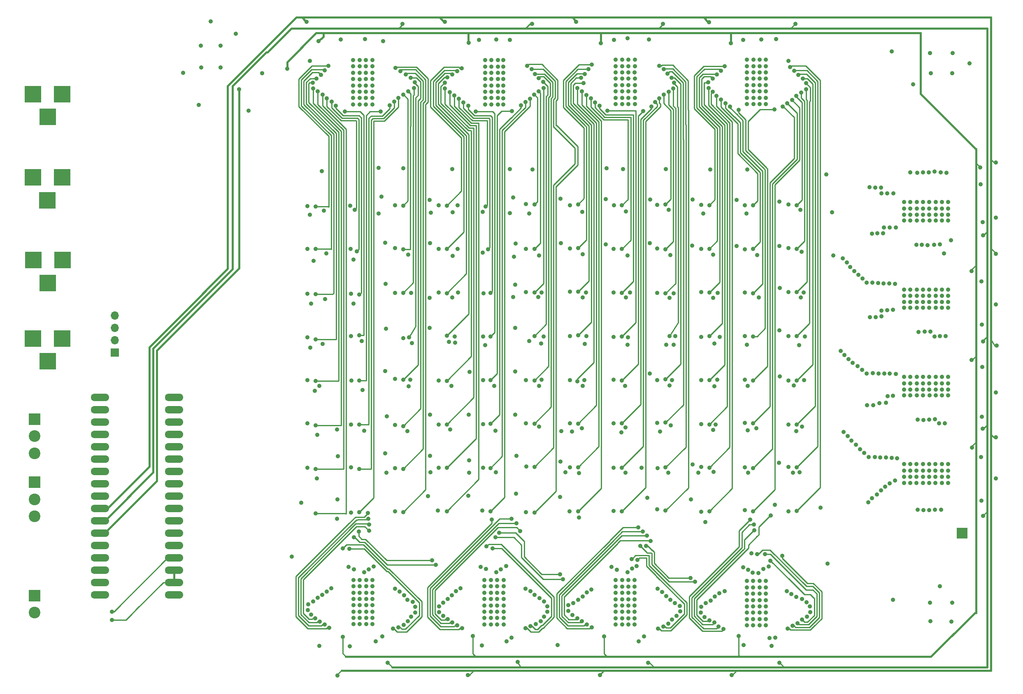
<source format=gbr>
G04 #@! TF.FileFunction,Copper,L2,Inr,Mixed*
%FSLAX46Y46*%
G04 Gerber Fmt 4.6, Leading zero omitted, Abs format (unit mm)*
G04 Created by KiCad (PCBNEW 4.0.2-stable) date Monday, November 12, 2018 'PMt' 10:07:05 PM*
%MOMM*%
G01*
G04 APERTURE LIST*
%ADD10C,0.100000*%
%ADD11R,3.500120X3.500120*%
%ADD12O,3.810000X1.524000*%
%ADD13R,2.235200X2.235200*%
%ADD14R,3.500000X3.500000*%
%ADD15C,2.400000*%
%ADD16R,2.400000X2.400000*%
%ADD17R,1.700000X1.700000*%
%ADD18O,1.700000X1.700000*%
%ADD19C,0.889000*%
%ADD20C,0.254000*%
%ADD21C,0.400000*%
G04 APERTURE END LIST*
D10*
D11*
X47120140Y-97550000D03*
X41120660Y-97550000D03*
X44120400Y-102249000D03*
D12*
X54970000Y-142790000D03*
X54970000Y-145330000D03*
X54970000Y-147870000D03*
X54970000Y-150410000D03*
X54970000Y-152950000D03*
X54970000Y-155490000D03*
X54970000Y-158030000D03*
X54970000Y-160570000D03*
X54970000Y-163110000D03*
X54970000Y-165650000D03*
X54970000Y-168190000D03*
X54970000Y-170730000D03*
X54970000Y-173270000D03*
X54970000Y-175810000D03*
X54970000Y-178350000D03*
X54970000Y-180890000D03*
X54970000Y-183430000D03*
X70210000Y-142790000D03*
X70210000Y-145330000D03*
X70210000Y-147870000D03*
X70210000Y-150410000D03*
X70210000Y-152950000D03*
X70210000Y-155490000D03*
X70210000Y-158030000D03*
X70210000Y-160570000D03*
X70210000Y-163110000D03*
X70210000Y-165650000D03*
X70210000Y-168190000D03*
X70210000Y-170730000D03*
X70210000Y-173270000D03*
X70210000Y-175810000D03*
X70210000Y-178350000D03*
X70210000Y-180890000D03*
X70210000Y-183430000D03*
D13*
X232310000Y-170790000D03*
D11*
X47170140Y-80400000D03*
X41170660Y-80400000D03*
X44170400Y-85099000D03*
D14*
X47170000Y-130700000D03*
X41170000Y-130700000D03*
X44170000Y-135400000D03*
D15*
X41470000Y-163800000D03*
X41470000Y-167300000D03*
D16*
X41470000Y-160300000D03*
D17*
X57970000Y-133600000D03*
D18*
X57970000Y-131060000D03*
X57970000Y-128520000D03*
X57970000Y-125980000D03*
D15*
X41470000Y-187100000D03*
D16*
X41470000Y-183600000D03*
D15*
X41470000Y-150800000D03*
X41470000Y-154300000D03*
D16*
X41470000Y-147300000D03*
D14*
X47220000Y-114550000D03*
X41220000Y-114550000D03*
X44220000Y-119250000D03*
D19*
X106350000Y-194025000D03*
X133475000Y-193900000D03*
X149075000Y-193825000D03*
X193075000Y-193975000D03*
X227770000Y-181700000D03*
X236325000Y-164100000D03*
X236175000Y-155100000D03*
X236375000Y-146775000D03*
X236425000Y-136550000D03*
X236275000Y-118975000D03*
X236525000Y-106775000D03*
X236100000Y-99000000D03*
X233870000Y-74050000D03*
X194070000Y-69040000D03*
X187240000Y-69240000D03*
X167880000Y-69200000D03*
X160640000Y-69220000D03*
X139220000Y-69210000D03*
X132910000Y-69210000D03*
X113180000Y-69520000D03*
X104440000Y-69160000D03*
X72020000Y-76000000D03*
X161050000Y-180460000D03*
X162350000Y-180460000D03*
X161050000Y-181760000D03*
X162350000Y-181760000D03*
X163650000Y-181760000D03*
X164950000Y-181760000D03*
X164950000Y-180460000D03*
X163650000Y-180460000D03*
X85500000Y-83780000D03*
X225830000Y-188870000D03*
X230140000Y-188930000D03*
X230270000Y-185040000D03*
X225730000Y-185090000D03*
X225840000Y-76100000D03*
X230260000Y-76140000D03*
X230390000Y-71970000D03*
X225730000Y-71960000D03*
X75760000Y-74920000D03*
X79780000Y-74920000D03*
X79780000Y-70440000D03*
X75690000Y-70440000D03*
X188020000Y-188430000D03*
X189320000Y-188430000D03*
X190620000Y-188430000D03*
X191920000Y-188430000D03*
X188020000Y-189730000D03*
X189320000Y-189730000D03*
X190620000Y-189730000D03*
X191920000Y-189730000D03*
X188020000Y-180630000D03*
X189320000Y-180630000D03*
X190620000Y-180630000D03*
X191920000Y-180630000D03*
X191920000Y-181930000D03*
X190620000Y-181930000D03*
X189320000Y-181930000D03*
X188020000Y-181930000D03*
X161050000Y-189560000D03*
X162350000Y-189560000D03*
X163650000Y-189560000D03*
X164950000Y-189560000D03*
X164950000Y-188260000D03*
X163650000Y-188260000D03*
X162350000Y-188260000D03*
X161050000Y-188260000D03*
X134050000Y-189530000D03*
X135350000Y-189530000D03*
X136650000Y-189530000D03*
X137950000Y-189530000D03*
X137950000Y-188230000D03*
X136650000Y-188230000D03*
X135350000Y-188230000D03*
X134050000Y-188230000D03*
X137950000Y-181730000D03*
X136650000Y-181730000D03*
X135350000Y-181730000D03*
X134050000Y-181730000D03*
X135350000Y-180430000D03*
X136650000Y-180430000D03*
X137950000Y-180430000D03*
X110970000Y-189520000D03*
X109670000Y-189520000D03*
X108370000Y-189520000D03*
X107070000Y-188220000D03*
X108370000Y-188220000D03*
X109670000Y-188220000D03*
X110970000Y-188220000D03*
X107070000Y-189520000D03*
X110970000Y-180420000D03*
X109670000Y-180420000D03*
X108370000Y-180420000D03*
X107070000Y-180420000D03*
X109670000Y-181720000D03*
X110970000Y-181720000D03*
X108370000Y-181720000D03*
X107070000Y-181720000D03*
X221640000Y-160470000D03*
X221640000Y-159170000D03*
X221640000Y-157870000D03*
X221640000Y-156570000D03*
X220340000Y-156570000D03*
X220340000Y-157870000D03*
X220340000Y-159170000D03*
X220340000Y-160470000D03*
X229440000Y-160470000D03*
X229440000Y-159170000D03*
X229440000Y-157870000D03*
X229440000Y-156570000D03*
X228140000Y-160470000D03*
X228140000Y-159170000D03*
X228140000Y-157870000D03*
X228140000Y-156570000D03*
X221670000Y-138610000D03*
X221670000Y-139910000D03*
X221670000Y-141210000D03*
X221670000Y-142420000D03*
X220370000Y-142420000D03*
X220370000Y-141210000D03*
X220370000Y-139910000D03*
X220370000Y-138610000D03*
X229470000Y-138610000D03*
X229470000Y-139910000D03*
X229470000Y-141210000D03*
X229470000Y-142420000D03*
X228150000Y-142420000D03*
X228170000Y-141210000D03*
X228170000Y-139910000D03*
X228170000Y-138610000D03*
X220360000Y-120620000D03*
X220360000Y-121920000D03*
X220360000Y-123220000D03*
X220360000Y-124410000D03*
X221660000Y-124410000D03*
X221660000Y-123220000D03*
X221660000Y-121920000D03*
X221660000Y-120620000D03*
X229460000Y-121920000D03*
X229460000Y-120620000D03*
X229460000Y-123220000D03*
X229460000Y-124410000D03*
X228160000Y-124410000D03*
X228160000Y-123220000D03*
X228160000Y-121920000D03*
X228160000Y-120620000D03*
X220370000Y-103930000D03*
X220360000Y-102630000D03*
X220370000Y-106410000D03*
X220370000Y-105230000D03*
X221670000Y-102630000D03*
X221670000Y-106410000D03*
X221670000Y-105230000D03*
X221670000Y-103930000D03*
X229470000Y-105230000D03*
X229470000Y-103930000D03*
X229470000Y-102630000D03*
X229470000Y-106410000D03*
X228170000Y-106410000D03*
X228170000Y-105230000D03*
X228170000Y-103930000D03*
X228170000Y-102630000D03*
X188040000Y-81150000D03*
X189360000Y-81150000D03*
X190660000Y-81150000D03*
X191960000Y-81150000D03*
X188060000Y-82450000D03*
X189360000Y-82450000D03*
X190660000Y-82450000D03*
X191960000Y-82450000D03*
X188060000Y-74650000D03*
X189360000Y-74650000D03*
X190660000Y-74650000D03*
X191960000Y-74650000D03*
X188060000Y-73350000D03*
X189360000Y-73350000D03*
X190660000Y-73350000D03*
X191960000Y-73350000D03*
X164960000Y-82450000D03*
X163660000Y-82450000D03*
X162360000Y-82450000D03*
X161060000Y-82450000D03*
X164960000Y-81150000D03*
X163660000Y-81150000D03*
X162360000Y-81150000D03*
X161060000Y-81150000D03*
X164960000Y-73350000D03*
X163660000Y-73350000D03*
X162360000Y-73350000D03*
X161060000Y-74650000D03*
X162360000Y-74650000D03*
X163660000Y-74650000D03*
X164960000Y-74650000D03*
X161060000Y-73350000D03*
X137900000Y-82540000D03*
X136770000Y-82530000D03*
X135470000Y-82530000D03*
X134170000Y-82530000D03*
X136770000Y-81230000D03*
X135470000Y-81230000D03*
X134170000Y-81230000D03*
X137900000Y-81240000D03*
X134170000Y-73430000D03*
X135470000Y-73430000D03*
X136770000Y-73430000D03*
X137890000Y-73430000D03*
X137890000Y-74750000D03*
X136770000Y-74730000D03*
X135470000Y-74730000D03*
X134170000Y-74730000D03*
X107040000Y-82510000D03*
X108340000Y-82510000D03*
X109640000Y-82510000D03*
X110940000Y-82510000D03*
X110940000Y-81210000D03*
X109640000Y-81210000D03*
X108340000Y-81210000D03*
X107040000Y-81210000D03*
X107040000Y-74710000D03*
X108340000Y-74710000D03*
X109640000Y-74710000D03*
X110940000Y-74710000D03*
X110940000Y-73410000D03*
X109640000Y-73410000D03*
X108340000Y-73410000D03*
X107040000Y-73410000D03*
X107040000Y-79910000D03*
X108340000Y-79910000D03*
X109640000Y-79910000D03*
X110940000Y-79910000D03*
X110940000Y-78610000D03*
X109640000Y-78610000D03*
X108340000Y-78610000D03*
X107040000Y-78610000D03*
X107040000Y-77310000D03*
X108340000Y-77340000D03*
X109640000Y-77300000D03*
X110940000Y-77310000D03*
X110940000Y-76010000D03*
X109640000Y-76010000D03*
X108340000Y-76010000D03*
X107040000Y-76010000D03*
X188020000Y-187130000D03*
X189320000Y-187130000D03*
X190620000Y-187130000D03*
X191920000Y-187130000D03*
X191920000Y-185830000D03*
X190620000Y-185830000D03*
X189320000Y-185830000D03*
X188020000Y-185830000D03*
X188020000Y-184530000D03*
X189320000Y-184530000D03*
X190620000Y-184530000D03*
X191920000Y-184530000D03*
X191920000Y-183230000D03*
X190620000Y-183230000D03*
X189320000Y-183230000D03*
X188020000Y-183230000D03*
X161050000Y-186960000D03*
X162350000Y-186960000D03*
X163650000Y-186960000D03*
X164950000Y-186960000D03*
X164950000Y-185660000D03*
X163650000Y-185660000D03*
X162350000Y-185660000D03*
X161050000Y-185660000D03*
X161050000Y-184360000D03*
X162350000Y-184360000D03*
X163650000Y-184360000D03*
X164950000Y-184360000D03*
X164950000Y-183060000D03*
X163650000Y-183060000D03*
X162350000Y-183060000D03*
X161050000Y-183060000D03*
X134050000Y-186930000D03*
X135350000Y-186930000D03*
X136650000Y-186930000D03*
X137950000Y-186930000D03*
X137950000Y-185630000D03*
X136650000Y-185630000D03*
X135350000Y-185630000D03*
X134050000Y-185630000D03*
X134050000Y-184330000D03*
X135350000Y-184330000D03*
X136650000Y-184330000D03*
X137950000Y-184330000D03*
X137940000Y-183030000D03*
X136650000Y-183030000D03*
X135350000Y-183030000D03*
X134050000Y-183030000D03*
X107070000Y-186920000D03*
X108370000Y-186920000D03*
X109670000Y-186920000D03*
X110970000Y-186920000D03*
X110970000Y-185620000D03*
X109670000Y-185620000D03*
X108370000Y-185620000D03*
X107070000Y-185620000D03*
X107070000Y-184320000D03*
X108370000Y-184320000D03*
X109670000Y-184320000D03*
X110970000Y-184320000D03*
X110970000Y-183020000D03*
X109670000Y-183020000D03*
X108370000Y-183020000D03*
X107070000Y-183020000D03*
X222940000Y-160470000D03*
X224240000Y-160470000D03*
X225540000Y-160470000D03*
X226840000Y-160470000D03*
X226840000Y-159170000D03*
X225540000Y-159170000D03*
X224240000Y-159170000D03*
X222940000Y-159170000D03*
X222940000Y-157870000D03*
X224230000Y-157870000D03*
X225540000Y-157870000D03*
X226840000Y-157870000D03*
X226840000Y-156570000D03*
X225540000Y-156570000D03*
X224240000Y-156570000D03*
X222940000Y-156570000D03*
X222970000Y-142420000D03*
X224280000Y-142420000D03*
X225580000Y-142420000D03*
X226870000Y-142420000D03*
X226870000Y-141210000D03*
X225570000Y-141210000D03*
X224270000Y-141210000D03*
X222970000Y-141210000D03*
X222970000Y-139910000D03*
X224270000Y-139910000D03*
X225570000Y-139910000D03*
X226870000Y-139910000D03*
X226870000Y-138610000D03*
X225570000Y-138610000D03*
X224270000Y-138610000D03*
X222970000Y-138610000D03*
X222960000Y-124400000D03*
X224260000Y-124400000D03*
X225560000Y-124400000D03*
X226860000Y-124400000D03*
X226860000Y-123220000D03*
X225560000Y-123220000D03*
X224260000Y-123220000D03*
X222960000Y-123220000D03*
X222960000Y-121920000D03*
X224260000Y-121920000D03*
X225560000Y-121920000D03*
X226860000Y-121920000D03*
X226860000Y-120620000D03*
X225560000Y-120620000D03*
X224260000Y-120620000D03*
X222960000Y-120620000D03*
X226860000Y-106400000D03*
X225580000Y-106400000D03*
X224260000Y-106400000D03*
X222970000Y-106400000D03*
X222970000Y-105230000D03*
X224270000Y-105230000D03*
X225570000Y-105240000D03*
X226870000Y-105230000D03*
X226870000Y-103930000D03*
X225570000Y-103930000D03*
X224270000Y-103930000D03*
X222970000Y-103930000D03*
X226870000Y-102630000D03*
X225570000Y-102630000D03*
X224270000Y-102630000D03*
X222970000Y-102630000D03*
X191960000Y-79850000D03*
X190660000Y-79850000D03*
X189360000Y-79850000D03*
X188060000Y-79850000D03*
X188060000Y-78550000D03*
X189360000Y-78550000D03*
X190660000Y-78550000D03*
X191960000Y-78550000D03*
X191960000Y-77250000D03*
X190660000Y-77250000D03*
X189360000Y-77250000D03*
X188060000Y-77240000D03*
X191960000Y-75950000D03*
X190660000Y-75950000D03*
X189360000Y-75950000D03*
X188060000Y-75950000D03*
X161060000Y-79850000D03*
X162360000Y-79850000D03*
X163660000Y-79850000D03*
X164960000Y-79850000D03*
X164960000Y-78550000D03*
X163660000Y-78550000D03*
X162360000Y-78550000D03*
X161060000Y-78550000D03*
X161060000Y-77250000D03*
X162360000Y-77250000D03*
X163660000Y-77250000D03*
X164960000Y-77250000D03*
X164940000Y-75950000D03*
X163660000Y-75950000D03*
X162360000Y-75950000D03*
X161060000Y-75950000D03*
X137900000Y-79930000D03*
X137900000Y-78630000D03*
X137900000Y-76030000D03*
X137900000Y-77330000D03*
X136770000Y-79930000D03*
X136770000Y-78630000D03*
X136770000Y-77330000D03*
X135470000Y-79930000D03*
X135470000Y-78630000D03*
X135470000Y-77330000D03*
X136770000Y-76030000D03*
X135470000Y-76030000D03*
X134170000Y-79930000D03*
X134170000Y-78630000D03*
X134170000Y-77330000D03*
X134170000Y-76030000D03*
X236375000Y-127825000D03*
X187375000Y-193825000D03*
X100050000Y-193950000D03*
X77700000Y-65400000D03*
X189250000Y-178925000D03*
X134050000Y-180430000D03*
X109275000Y-178800000D03*
X136480000Y-178835000D03*
X192650000Y-192350000D03*
X190440000Y-178995000D03*
X163480000Y-178815000D03*
X111650000Y-193000000D03*
X138575000Y-193025000D03*
X165725000Y-193000000D03*
X227875000Y-96525000D03*
X101000000Y-104425000D03*
X101925000Y-74625000D03*
X99300000Y-103550000D03*
X102550000Y-182125000D03*
X97600000Y-103450000D03*
X101500000Y-113200000D03*
X218650000Y-107825000D03*
X101175000Y-75525000D03*
X99300000Y-112300000D03*
X101600000Y-182775000D03*
X97625000Y-112225000D03*
X207775000Y-114225000D03*
X101250000Y-122550000D03*
X100400000Y-76450000D03*
X99300000Y-121550000D03*
X100650000Y-183425000D03*
X97600000Y-121450000D03*
X100700000Y-131800000D03*
X218050000Y-124775000D03*
X99500000Y-77175000D03*
X99300000Y-130850000D03*
X99700000Y-184100000D03*
X97600000Y-130475000D03*
X100050000Y-140475000D03*
X207300000Y-133250000D03*
X98725000Y-78050000D03*
X99300000Y-139450000D03*
X98825000Y-184850000D03*
X97575000Y-139250000D03*
X103700000Y-149425000D03*
X218125000Y-142450000D03*
X98750000Y-79250000D03*
X99300000Y-148550000D03*
X97775000Y-185425000D03*
X97600000Y-148125000D03*
X103850000Y-154925000D03*
X207950000Y-149925000D03*
X99725000Y-79875000D03*
X99300000Y-157525000D03*
X97675000Y-186600000D03*
X97575000Y-157275000D03*
X103825000Y-163825000D03*
X218475000Y-159925000D03*
X100725000Y-80525000D03*
X99300000Y-166700000D03*
X98325000Y-187550000D03*
X96375000Y-164475000D03*
X112825000Y-101525000D03*
X226675000Y-96375000D03*
X101625000Y-81300000D03*
X107325000Y-104225000D03*
X110270000Y-170300000D03*
X106425000Y-103350000D03*
X99200000Y-188325000D03*
X217450000Y-107875000D03*
X113625000Y-111000000D03*
X102600000Y-81950000D03*
X107775000Y-112750000D03*
X110270000Y-169000000D03*
X106475000Y-112300000D03*
X100150000Y-188975000D03*
X208575000Y-115075000D03*
X113650000Y-119425000D03*
X103425000Y-82775000D03*
X108300000Y-121700000D03*
X101125000Y-189575000D03*
X110170000Y-167800000D03*
X106550000Y-121475000D03*
X113800000Y-128700000D03*
X216900000Y-124875000D03*
X108300000Y-130050000D03*
X105300000Y-84000000D03*
X106600000Y-130200000D03*
X110070000Y-166600000D03*
X102075000Y-190225000D03*
X113625000Y-137425000D03*
X208125000Y-134125000D03*
X108300000Y-139325000D03*
X112700000Y-84025000D03*
X115175000Y-190450000D03*
X104850000Y-173900000D03*
X106625000Y-139325000D03*
X113925000Y-146750000D03*
X216975000Y-142575000D03*
X114575000Y-82750000D03*
X108300000Y-148425000D03*
X106575000Y-148450000D03*
X106250000Y-174025000D03*
X116325000Y-190125000D03*
X113625000Y-154325000D03*
X208750000Y-150800000D03*
X115450000Y-81950000D03*
X108300000Y-157600000D03*
X107175000Y-171600000D03*
X124025000Y-177300000D03*
X117400000Y-189675000D03*
X106600000Y-157250000D03*
X217450000Y-160500000D03*
X103675000Y-167825000D03*
X116350000Y-81200000D03*
X108300000Y-166475000D03*
X108150000Y-170425000D03*
X118225000Y-188850000D03*
X123300000Y-176375000D03*
X106600000Y-166525000D03*
X122775000Y-102150000D03*
X225475000Y-96500000D03*
X117350000Y-80550000D03*
X117300000Y-103350000D03*
X118975000Y-187975000D03*
X115600000Y-103325000D03*
X122800000Y-111100000D03*
X216225000Y-107850000D03*
X118325000Y-79825000D03*
X117300000Y-112350000D03*
X119750000Y-187125000D03*
X115600000Y-112075000D03*
X209275000Y-116025000D03*
X118900000Y-121325000D03*
X119500000Y-79175000D03*
X117300000Y-121325000D03*
X119775000Y-185950000D03*
X115600000Y-121325000D03*
X122775000Y-128525000D03*
X215750000Y-125000000D03*
X119725000Y-77950000D03*
X118530000Y-130450000D03*
X119275000Y-184900000D03*
X117290000Y-130640000D03*
X118750000Y-139200000D03*
X208950000Y-134950000D03*
X118875000Y-77050000D03*
X117300000Y-139225000D03*
X118200000Y-184450000D03*
X115600000Y-139050000D03*
X122850000Y-146375000D03*
X216675000Y-143950000D03*
X117800000Y-76400000D03*
X117300000Y-148725000D03*
X117500000Y-183525000D03*
X115600000Y-148500000D03*
X122825000Y-154850000D03*
X209550000Y-151675000D03*
X116700000Y-75700000D03*
X117300000Y-157550000D03*
X116550000Y-182825000D03*
X115600000Y-157375000D03*
X122450000Y-163150000D03*
X216500000Y-161200000D03*
X115725000Y-75050000D03*
X117300000Y-166450000D03*
X115600000Y-182175000D03*
X115600000Y-166275000D03*
X128550000Y-103275000D03*
X224275000Y-96525000D03*
X129375000Y-75075000D03*
X126300000Y-103350000D03*
X124600000Y-103295000D03*
X129140000Y-182075000D03*
X128550000Y-112250000D03*
X216075000Y-109050000D03*
X128400000Y-75700000D03*
X126300000Y-112275000D03*
X124600000Y-112235000D03*
X128170000Y-182715000D03*
X210125000Y-116825000D03*
X128575000Y-121200000D03*
X127400000Y-76375000D03*
X126300000Y-121375000D03*
X124590000Y-121245000D03*
X127350000Y-183515000D03*
X127950000Y-130325000D03*
X215725000Y-126175000D03*
X126425000Y-76975000D03*
X126300000Y-130140000D03*
X126480000Y-184275000D03*
X126750000Y-131410000D03*
X130925000Y-137600000D03*
X209825000Y-135725000D03*
X125925000Y-78025000D03*
X126300000Y-139400000D03*
X125570000Y-185055000D03*
X124620000Y-139335000D03*
X130800000Y-146375000D03*
X215250000Y-144050000D03*
X125925000Y-79200000D03*
X126300000Y-148375000D03*
X124590000Y-148385000D03*
X124690000Y-185855000D03*
X130850000Y-155800000D03*
X210425000Y-152550000D03*
X126875000Y-79975000D03*
X126300000Y-157325000D03*
X124620000Y-157265000D03*
X124690000Y-187025000D03*
X130750000Y-163075000D03*
X215600000Y-161950000D03*
X127850000Y-80650000D03*
X126300000Y-166250000D03*
X124420000Y-166085000D03*
X125570000Y-187785000D03*
X139950000Y-101675000D03*
X223050000Y-96625000D03*
X128800000Y-81350000D03*
X134300000Y-103575000D03*
X133680000Y-104675000D03*
X126510000Y-188465000D03*
X141410000Y-170325000D03*
X140425000Y-111125000D03*
X214900000Y-109050000D03*
X129700000Y-82125000D03*
X134800000Y-112350000D03*
X133690000Y-113025000D03*
X127430000Y-189175000D03*
X140590000Y-168745000D03*
X210975000Y-117600000D03*
X140400000Y-119625000D03*
X130675000Y-82800000D03*
X135275000Y-121350000D03*
X133800000Y-121385000D03*
X128450000Y-189725000D03*
X139620000Y-167845000D03*
X140400000Y-128500000D03*
X214525000Y-126275000D03*
X132275000Y-83975000D03*
X135300000Y-130275000D03*
X133740000Y-130305000D03*
X129460000Y-190295000D03*
X135510000Y-167975000D03*
X140325000Y-137500000D03*
X210775000Y-136425000D03*
X139700000Y-83925000D03*
X135300000Y-139275000D03*
X133740000Y-139305000D03*
X142480000Y-190355000D03*
X134460000Y-173485000D03*
X214000000Y-144400000D03*
X140375000Y-146375000D03*
X141550000Y-82750000D03*
X135300000Y-148225000D03*
X135710000Y-173885000D03*
X143530000Y-189885000D03*
X133720000Y-148335000D03*
X140625000Y-154875000D03*
X211325000Y-153475000D03*
X142475000Y-82075000D03*
X135300000Y-157350000D03*
X136320000Y-171625000D03*
X144600000Y-189445000D03*
X150170000Y-180285000D03*
X133760000Y-157325000D03*
X140500000Y-162600000D03*
X214750000Y-162825000D03*
X143400000Y-81325000D03*
X135300000Y-166300000D03*
X137030000Y-170685000D03*
X145620000Y-188895000D03*
X149570000Y-179215000D03*
X133600000Y-166075000D03*
X149700000Y-101925000D03*
X221625000Y-96500000D03*
X144225000Y-80500000D03*
X144300000Y-103150000D03*
X142600000Y-103055000D03*
X146290000Y-187925000D03*
X149725000Y-111100000D03*
X213725000Y-109100000D03*
X145200000Y-79825000D03*
X144300000Y-112300000D03*
X142600000Y-112275000D03*
X146980000Y-186975000D03*
X211825000Y-118375000D03*
X145800000Y-121250000D03*
X146200000Y-79150000D03*
X144300000Y-121275000D03*
X142600000Y-121165000D03*
X146930000Y-185805000D03*
X146200000Y-130275000D03*
X213375000Y-126350000D03*
X146125000Y-77925000D03*
X144300000Y-130200000D03*
X146320000Y-184835000D03*
X143230000Y-131250000D03*
X145800000Y-139200000D03*
X211775000Y-137125000D03*
X145225000Y-77150000D03*
X144300000Y-139325000D03*
X142600000Y-139305000D03*
X145380000Y-184115000D03*
X145275000Y-148850000D03*
X212750000Y-144475000D03*
X144400000Y-76250000D03*
X144300000Y-148225000D03*
X142600000Y-148155000D03*
X144370000Y-183505000D03*
X149650000Y-156025000D03*
X212175000Y-154275000D03*
X143750000Y-75275000D03*
X144300000Y-157150000D03*
X142610000Y-157085000D03*
X143500000Y-182745000D03*
X149550000Y-163300000D03*
X213750000Y-163600000D03*
X142800000Y-74600000D03*
X144300000Y-166575000D03*
X142600000Y-166445000D03*
X142510000Y-182165000D03*
X158975000Y-102025000D03*
X213275000Y-99550000D03*
X156075000Y-74350000D03*
X153300000Y-103100000D03*
X151600000Y-103275000D03*
X156050000Y-182385000D03*
X222875000Y-111400000D03*
X158950000Y-111325000D03*
X155425000Y-75300000D03*
X153300000Y-112100000D03*
X151600000Y-112185000D03*
X155060000Y-182995000D03*
X212625000Y-119225000D03*
X154950000Y-121200000D03*
X153300000Y-121100000D03*
X154700000Y-76250000D03*
X151660000Y-121055000D03*
X154270000Y-183825000D03*
X155025000Y-130200000D03*
X223350000Y-129350000D03*
X153300000Y-130050000D03*
X153875000Y-77075000D03*
X151600000Y-130205000D03*
X153310000Y-184465000D03*
X212675000Y-137875000D03*
X154550000Y-139250000D03*
X154440000Y-78120000D03*
X153150000Y-139540000D03*
X151590000Y-139275000D03*
X152340000Y-185125000D03*
X154100000Y-149150000D03*
X223175000Y-147425000D03*
X153170000Y-79180000D03*
X153300000Y-148225000D03*
X151630000Y-148195000D03*
X151310000Y-185625000D03*
X153500000Y-158400000D03*
X213100000Y-155100000D03*
X154100000Y-79875000D03*
X153300000Y-157200000D03*
X151290000Y-186805000D03*
X151620000Y-157215000D03*
X153450000Y-167575000D03*
X212975000Y-164450000D03*
X155025000Y-80575000D03*
X153300000Y-166275000D03*
X151510000Y-166245000D03*
X152130000Y-187655000D03*
X168100000Y-102100000D03*
X214450000Y-99675000D03*
X155925000Y-81300000D03*
X162300000Y-103300000D03*
X153120000Y-188295000D03*
X160660000Y-103305000D03*
X168230000Y-172345000D03*
X224050000Y-111400000D03*
X168075000Y-111050000D03*
X156775000Y-82100000D03*
X162300000Y-112275000D03*
X154100000Y-188915000D03*
X160600000Y-112275000D03*
X167490000Y-171255000D03*
X213850000Y-119225000D03*
X164000000Y-121275000D03*
X157700000Y-82800000D03*
X162300000Y-121300000D03*
X160600000Y-121255000D03*
X155090000Y-189555000D03*
X166600000Y-170435000D03*
X163575000Y-130425000D03*
X224600000Y-129275000D03*
X159300000Y-83775000D03*
X162300000Y-130300000D03*
X160600000Y-130355000D03*
X156090000Y-190145000D03*
X165670000Y-169565000D03*
X168050000Y-137950000D03*
X213925000Y-137850000D03*
X166700000Y-83900000D03*
X162300000Y-139350000D03*
X169740000Y-190435000D03*
X160580000Y-139185000D03*
X164310000Y-176130000D03*
X163050000Y-149025000D03*
X224375000Y-147450000D03*
X168375000Y-82925000D03*
X162300000Y-148150000D03*
X170810000Y-189965000D03*
X160600000Y-148185000D03*
X165530000Y-176290000D03*
X166375000Y-157300000D03*
X214325000Y-155100000D03*
X169175000Y-82075000D03*
X162300000Y-157300000D03*
X160600000Y-157265000D03*
X166080000Y-173360000D03*
X171860000Y-189375000D03*
X177360000Y-180715000D03*
X167525000Y-163450000D03*
X223175000Y-165925000D03*
X170025000Y-81275000D03*
X162300000Y-166275000D03*
X160610000Y-166225000D03*
X167260000Y-173390000D03*
X176430000Y-179955000D03*
X172660000Y-188515000D03*
X176875000Y-102100000D03*
X215625000Y-99675000D03*
X170900000Y-80525000D03*
X171300000Y-103100000D03*
X169600000Y-103195000D03*
X173540000Y-187765000D03*
X225225000Y-111500000D03*
X176800000Y-111625000D03*
X171900000Y-79925000D03*
X171300000Y-112325000D03*
X169600000Y-112185000D03*
X174280000Y-186885000D03*
X215025000Y-119300000D03*
X172950000Y-121400000D03*
X172850000Y-79225000D03*
X171300000Y-121425000D03*
X169610000Y-121335000D03*
X174220000Y-185725000D03*
X173275000Y-130250000D03*
X225750000Y-129300000D03*
X173050000Y-78075000D03*
X172110000Y-130230000D03*
X173230000Y-185135000D03*
X171430000Y-132030000D03*
X172600000Y-139250000D03*
X215100000Y-137875000D03*
X172575000Y-77000000D03*
X171300000Y-139100000D03*
X169600000Y-139275000D03*
X172290000Y-184455000D03*
X172325000Y-148550000D03*
X225550000Y-147375000D03*
X171725000Y-76175000D03*
X171300000Y-148025000D03*
X169610000Y-148045000D03*
X171420000Y-183695000D03*
X215500000Y-155175000D03*
X176825000Y-156600000D03*
X170950000Y-75300000D03*
X171300000Y-157250000D03*
X169620000Y-157415000D03*
X170580000Y-182905000D03*
X176525000Y-163850000D03*
X224325000Y-166025000D03*
X170025000Y-74600000D03*
X171300000Y-166125000D03*
X169610000Y-165825000D03*
X169660000Y-182175000D03*
X185900000Y-102200000D03*
X215725000Y-100850000D03*
X180300000Y-103275000D03*
X183475000Y-74700000D03*
X178610000Y-103235000D03*
X183450000Y-182665000D03*
X226525000Y-111425000D03*
X185875000Y-111650000D03*
X180300000Y-112250000D03*
X182725000Y-75575000D03*
X178600000Y-112285000D03*
X182380000Y-183145000D03*
X216175000Y-119375000D03*
X182000000Y-121300000D03*
X180300000Y-121275000D03*
X181875000Y-76375000D03*
X178610000Y-121165000D03*
X181430000Y-183825000D03*
X182425000Y-130350000D03*
X226600000Y-130325000D03*
X180300000Y-130250000D03*
X180975000Y-77225000D03*
X178620000Y-130375000D03*
X180580000Y-184615000D03*
X181925000Y-139200000D03*
X216275000Y-137875000D03*
X180075000Y-78000000D03*
X180300000Y-139300000D03*
X178610000Y-139295000D03*
X179530000Y-185165000D03*
X181575000Y-148400000D03*
X226725000Y-147325000D03*
X180300000Y-148400000D03*
X180125000Y-79175000D03*
X178600000Y-148365000D03*
X178620000Y-185945000D03*
X216650000Y-155225000D03*
X181150000Y-158125000D03*
X180300000Y-157325000D03*
X180975000Y-79950000D03*
X178610000Y-157175000D03*
X178530000Y-187145000D03*
X179475000Y-168475000D03*
X225500000Y-166025000D03*
X180300000Y-166300000D03*
X181775000Y-80775000D03*
X178610000Y-166355000D03*
X179290000Y-188015000D03*
X194700000Y-102525000D03*
X216925000Y-100825000D03*
X189300000Y-103275000D03*
X182700000Y-81550000D03*
X192970000Y-167100000D03*
X187600000Y-103255000D03*
X180310000Y-188685000D03*
X194675000Y-111700000D03*
X227700000Y-111325000D03*
X189300000Y-112250000D03*
X183600000Y-82325000D03*
X189570000Y-170200000D03*
X187600000Y-112315000D03*
X181360000Y-189165000D03*
X217325000Y-119400000D03*
X194775000Y-120325000D03*
X189300000Y-121400000D03*
X184575000Y-83000000D03*
X189470000Y-169000000D03*
X182200000Y-189985000D03*
X187600000Y-121255000D03*
X194675000Y-129050000D03*
X227750000Y-130250000D03*
X186300000Y-83625000D03*
X189300000Y-130275000D03*
X188670000Y-168000000D03*
X183230000Y-190535000D03*
X187600000Y-130235000D03*
X217425000Y-137900000D03*
X194775000Y-138550000D03*
X189300000Y-139350000D03*
X193700000Y-83550000D03*
X195270000Y-175400000D03*
X187600000Y-139205000D03*
X188920000Y-174935000D03*
X196370000Y-190385000D03*
X189950000Y-149175000D03*
X227600000Y-148150000D03*
X195375000Y-82925000D03*
X189300000Y-148150000D03*
X187620000Y-148085000D03*
X197400000Y-189845000D03*
X190150000Y-175055000D03*
X217800000Y-155300000D03*
X194650000Y-156275000D03*
X189300000Y-157375000D03*
X196350000Y-82250000D03*
X191770000Y-175100000D03*
X198450000Y-189285000D03*
X187600000Y-157195000D03*
X193775000Y-164925000D03*
X226750000Y-165950000D03*
X197300000Y-81575000D03*
X189300000Y-166300000D03*
X192870000Y-176400000D03*
X199370000Y-188565000D03*
X187620000Y-166025000D03*
X199010000Y-104240000D03*
X218175000Y-100800000D03*
X198300000Y-103250000D03*
X198175000Y-80800000D03*
X196600000Y-103155000D03*
X200390000Y-187975000D03*
X228575000Y-113175000D03*
X199330000Y-112890000D03*
X198300000Y-112275000D03*
X199200000Y-80075000D03*
X201030000Y-187025000D03*
X196620000Y-112125000D03*
X218475000Y-119475000D03*
X199750000Y-121200000D03*
X198300000Y-121125000D03*
X200250000Y-79425000D03*
X201020000Y-185855000D03*
X196620000Y-121125000D03*
X200000000Y-130275000D03*
X228900000Y-130225000D03*
X198300000Y-130250000D03*
X200200000Y-78150000D03*
X200300000Y-184965000D03*
X196590000Y-130205000D03*
X199800000Y-139275000D03*
X218650000Y-138000000D03*
X198300000Y-139325000D03*
X199525000Y-77200000D03*
X199340000Y-184295000D03*
X196620000Y-139365000D03*
X199350000Y-148875000D03*
X228775000Y-148125000D03*
X198300000Y-148400000D03*
X198625000Y-76450000D03*
X198230000Y-183905000D03*
X196620000Y-148375000D03*
X218950000Y-155350000D03*
X198870000Y-158200000D03*
X198300000Y-157200000D03*
X197775000Y-75625000D03*
X197210000Y-183335000D03*
X196600000Y-157105000D03*
X203200000Y-165500000D03*
X227975000Y-165975000D03*
X198300000Y-166225000D03*
X196925000Y-74825000D03*
X196580000Y-166275000D03*
X196200000Y-182705000D03*
X97460000Y-65530000D03*
X103825000Y-200025000D03*
X106100000Y-177675000D03*
X133280000Y-177685000D03*
X130625000Y-199950000D03*
X160170000Y-177735000D03*
X157825000Y-199975000D03*
X187260000Y-177775000D03*
X184875000Y-199950000D03*
X239250000Y-94500000D03*
X239260000Y-113300000D03*
X239390000Y-132200000D03*
X239280000Y-151000000D03*
X125860000Y-65550000D03*
X152930000Y-65540000D03*
X180200000Y-65570000D03*
X165380000Y-177525000D03*
X138460000Y-177565000D03*
X111275000Y-177650000D03*
X114150000Y-197475000D03*
X140850000Y-197250000D03*
X167750000Y-197425000D03*
X192520000Y-177645000D03*
X194750000Y-197400000D03*
X230000000Y-110475000D03*
X236650000Y-109500000D03*
X236600000Y-131350000D03*
X236575000Y-149275000D03*
X236600000Y-167250000D03*
X198000000Y-65960000D03*
X170740000Y-65910000D03*
X143800000Y-65940000D03*
X117150000Y-65930000D03*
X93450000Y-75175000D03*
X186325000Y-191925000D03*
X188270000Y-178315000D03*
X161250000Y-178265000D03*
X158675000Y-192050000D03*
X131650000Y-191900000D03*
X134340000Y-178145000D03*
X104850000Y-192075000D03*
X107175000Y-178200000D03*
X234325000Y-153150000D03*
X234250000Y-135125000D03*
X234225000Y-135125000D03*
X234275000Y-116875000D03*
X99870000Y-69540000D03*
X130770000Y-69820000D03*
X157930000Y-69960000D03*
X184750000Y-69890000D03*
X236040000Y-95510000D03*
X110250000Y-178200000D03*
X113000000Y-192050000D03*
X139600000Y-192250000D03*
X137440000Y-178175000D03*
X166825000Y-192050000D03*
X164370000Y-178075000D03*
X193900000Y-192300000D03*
X191380000Y-178125000D03*
X196550000Y-73600000D03*
X94375000Y-175575000D03*
X229125000Y-96625000D03*
X204600000Y-177050000D03*
X98150000Y-73575000D03*
X222250000Y-78360000D03*
X239290000Y-159510000D03*
X239270000Y-141850000D03*
X239230000Y-123680000D03*
X239260000Y-105820000D03*
X163490000Y-68950000D03*
X136430000Y-69180000D03*
X191000000Y-69200000D03*
X109470000Y-69090000D03*
X82875000Y-68000000D03*
X88290000Y-76120000D03*
X57370000Y-188600000D03*
X218070000Y-184500000D03*
X217870000Y-71600000D03*
X75270000Y-82600000D03*
X57370000Y-186900000D03*
X83550000Y-79425000D03*
X99620000Y-150550000D03*
X99570000Y-159500000D03*
X112270000Y-95600000D03*
X112270000Y-104950000D03*
X107070000Y-114450000D03*
X98370000Y-123500000D03*
X98170000Y-132550000D03*
X107120000Y-123550000D03*
X108820000Y-131200000D03*
X119120000Y-131650000D03*
X128020000Y-131600000D03*
X134170000Y-132100000D03*
X145720000Y-131750000D03*
X99120000Y-141500000D03*
X108920000Y-141300000D03*
X109270000Y-149700000D03*
X113820000Y-158350000D03*
X118420000Y-140500000D03*
X118170000Y-149800000D03*
X122920000Y-158250000D03*
X130870000Y-158350000D03*
X126970000Y-149400000D03*
X127270000Y-140450000D03*
X136020000Y-140450000D03*
X136270000Y-149700000D03*
X136420000Y-158250000D03*
X150670000Y-158250000D03*
X149820000Y-149800000D03*
X145270000Y-140450000D03*
X122770000Y-122350000D03*
X118370000Y-113450000D03*
X122970000Y-104850000D03*
X117370000Y-95700000D03*
X127520000Y-104700000D03*
X145070000Y-122200000D03*
X139970000Y-122200000D03*
X127370000Y-122250000D03*
X127420000Y-95850000D03*
X127520000Y-113700000D03*
X140070000Y-113900000D03*
X139220000Y-104900000D03*
X139270000Y-95800000D03*
X145270000Y-113650000D03*
X143270000Y-104950000D03*
X143920000Y-95900000D03*
X163470000Y-113650000D03*
X163170000Y-104550000D03*
X171320000Y-95800000D03*
X162520000Y-95800000D03*
X159170000Y-95650000D03*
X154170000Y-104600000D03*
X154220000Y-113400000D03*
X154220000Y-122250000D03*
X154670000Y-131800000D03*
X154220000Y-140450000D03*
X152070000Y-149850000D03*
X163020000Y-158350000D03*
X162170000Y-150000000D03*
X162970000Y-140450000D03*
X163470000Y-131950000D03*
X163170000Y-122250000D03*
X172970000Y-132000000D03*
X171970000Y-104250000D03*
X172320000Y-113500000D03*
X172120000Y-122350000D03*
X172070000Y-140400000D03*
X170170000Y-149850000D03*
X171820000Y-158350000D03*
X178020000Y-158350000D03*
X181120000Y-149550000D03*
X181320000Y-140500000D03*
X181370000Y-131700000D03*
X181120000Y-122300000D03*
X181070000Y-113450000D03*
X179020000Y-104950000D03*
X180520000Y-95950000D03*
X188120000Y-95900000D03*
X187970000Y-104950000D03*
X190170000Y-113500000D03*
X190520000Y-122250000D03*
X188020000Y-132000000D03*
X188220000Y-140450000D03*
X188220000Y-149600000D03*
X188270000Y-158300000D03*
X197670000Y-140400000D03*
X198170000Y-149800000D03*
X197520000Y-158350000D03*
X198820000Y-132100000D03*
X199120000Y-122250000D03*
X205770000Y-113650000D03*
X205570000Y-104750000D03*
X204370000Y-96950000D03*
X98870000Y-114700000D03*
X98120000Y-105250000D03*
X100570000Y-96250000D03*
D20*
X101925000Y-74625000D02*
X98500000Y-74625000D01*
X101868986Y-103550000D02*
X99300000Y-103550000D01*
X101968986Y-103650000D02*
X101868986Y-103550000D01*
X101968986Y-89097954D02*
X101968986Y-103650000D01*
X95825000Y-82953968D02*
X101968986Y-89097954D01*
X95825000Y-77300000D02*
X95825000Y-82953968D01*
X98500000Y-74625000D02*
X95825000Y-77300000D01*
X101175000Y-75525000D02*
X101125000Y-75525000D01*
X102451988Y-112300000D02*
X99300000Y-112300000D01*
X102476988Y-112325000D02*
X102451988Y-112300000D01*
X102476988Y-88887532D02*
X102476988Y-112325000D01*
X96350994Y-82761538D02*
X102476988Y-88887532D01*
X96350994Y-77505582D02*
X96350994Y-82761538D01*
X98481576Y-75375000D02*
X96350994Y-77505582D01*
X100975000Y-75375000D02*
X98481576Y-75375000D01*
X101125000Y-75525000D02*
X100975000Y-75375000D01*
X100400000Y-76450000D02*
X99875000Y-75925000D01*
X102800000Y-121550000D02*
X99300000Y-121550000D01*
X102984990Y-121365010D02*
X102800000Y-121550000D01*
X102984990Y-88677110D02*
X102984990Y-121365010D01*
X96858996Y-82551116D02*
X102984990Y-88677110D01*
X96858996Y-77716004D02*
X96858996Y-82551116D01*
X98650000Y-75925000D02*
X96858996Y-77716004D01*
X99875000Y-75925000D02*
X98650000Y-75925000D01*
X99500000Y-77175000D02*
X98175000Y-77175000D01*
X101950000Y-130850000D02*
X99300000Y-130850000D01*
X102000000Y-130900000D02*
X101950000Y-130850000D01*
X103492992Y-130900000D02*
X102000000Y-130900000D01*
X103492992Y-88466688D02*
X103492992Y-130900000D01*
X97366998Y-82340694D02*
X103492992Y-88466688D01*
X97366998Y-77983002D02*
X97366998Y-82340694D01*
X98175000Y-77175000D02*
X97366998Y-77983002D01*
X98725000Y-78050000D02*
X98025000Y-78050000D01*
X103975994Y-139450000D02*
X99300000Y-139450000D01*
X104000994Y-139475000D02*
X103975994Y-139450000D01*
X104000994Y-88256266D02*
X104000994Y-139475000D01*
X97875000Y-82130272D02*
X104000994Y-88256266D01*
X97875000Y-78200000D02*
X97875000Y-82130272D01*
X98025000Y-78050000D02*
X97875000Y-78200000D01*
X98750000Y-79250000D02*
X98750000Y-82286848D01*
X104508996Y-148550000D02*
X99300000Y-148550000D01*
X104508996Y-88045844D02*
X104508996Y-148550000D01*
X98750000Y-82286848D02*
X104508996Y-88045844D01*
X99725000Y-79875000D02*
X99725000Y-82543424D01*
X104991998Y-157525000D02*
X99300000Y-157525000D01*
X105016998Y-157550000D02*
X104991998Y-157525000D01*
X105016998Y-87835422D02*
X105016998Y-157550000D01*
X99725000Y-82543424D02*
X105016998Y-87835422D01*
X100725000Y-80525000D02*
X100725000Y-82825000D01*
X105425000Y-166700000D02*
X99300000Y-166700000D01*
X105525000Y-166800000D02*
X105425000Y-166700000D01*
X105525000Y-87625000D02*
X105525000Y-166800000D01*
X100725000Y-82825000D02*
X105525000Y-87625000D01*
X101625000Y-81300000D02*
X101625000Y-82975000D01*
X107700994Y-103849006D02*
X107325000Y-104225000D01*
X107700994Y-86025000D02*
X107700994Y-103849006D01*
X107558996Y-85883002D02*
X107700994Y-86025000D01*
X104533002Y-85883002D02*
X107558996Y-85883002D01*
X101625000Y-82975000D02*
X104533002Y-85883002D01*
X106935000Y-170165000D02*
X107435000Y-169665000D01*
X107435000Y-169665000D02*
X107675000Y-169425000D01*
X107675000Y-169425000D02*
X109395000Y-169425000D01*
X109395000Y-169425000D02*
X110270000Y-170300000D01*
X98700000Y-188325000D02*
X98600000Y-188425000D01*
X98600000Y-188425000D02*
X97950000Y-188425000D01*
X97950000Y-188425000D02*
X96800000Y-187275000D01*
X96800000Y-187275000D02*
X96800000Y-180300000D01*
X96800000Y-180300000D02*
X106935000Y-170165000D01*
X106935000Y-170165000D02*
X107675000Y-169425000D01*
X99200000Y-188325000D02*
X98700000Y-188325000D01*
X102600000Y-81950000D02*
X102600000Y-82425000D01*
X108208996Y-112316004D02*
X107775000Y-112750000D01*
X108208996Y-85650000D02*
X108208996Y-112316004D01*
X107933996Y-85375000D02*
X108208996Y-85650000D01*
X104750000Y-85375000D02*
X107933996Y-85375000D01*
X102575000Y-83200000D02*
X104750000Y-85375000D01*
X102575000Y-82450000D02*
X102575000Y-83200000D01*
X102600000Y-82425000D02*
X102575000Y-82450000D01*
X107525788Y-168855788D02*
X110125788Y-168855788D01*
X110125788Y-168855788D02*
X110270000Y-169000000D01*
X99750000Y-188975000D02*
X99550000Y-189175000D01*
X99550000Y-189175000D02*
X97925000Y-189175000D01*
X97925000Y-189175000D02*
X96250000Y-187500000D01*
X96250000Y-187500000D02*
X96250000Y-180131576D01*
X96250000Y-180131576D02*
X107525788Y-168855788D01*
X100150000Y-188975000D02*
X99750000Y-188975000D01*
X103425000Y-82775000D02*
X103425000Y-83325000D01*
X108716998Y-121283002D02*
X108300000Y-121700000D01*
X108716998Y-85316998D02*
X108716998Y-121283002D01*
X108250000Y-84850000D02*
X108716998Y-85316998D01*
X104950000Y-84850000D02*
X108250000Y-84850000D01*
X103425000Y-83325000D02*
X104950000Y-84850000D01*
X107646154Y-168016998D02*
X107911004Y-168016998D01*
X95805150Y-179858002D02*
X107646154Y-168016998D01*
X101125000Y-189575000D02*
X100750000Y-189575000D01*
X95741998Y-187710422D02*
X95741998Y-179858002D01*
X97856576Y-189825000D02*
X95741998Y-187710422D01*
X100500000Y-189825000D02*
X97856576Y-189825000D01*
X100750000Y-189575000D02*
X100500000Y-189825000D01*
X95741998Y-179858002D02*
X95805150Y-179858002D01*
X109970000Y-167800000D02*
X109811998Y-167958002D01*
X109811998Y-167958002D02*
X107970000Y-167958002D01*
X110170000Y-167800000D02*
X109970000Y-167800000D01*
X107911004Y-168016998D02*
X107970000Y-167958002D01*
X109225000Y-130050000D02*
X108300000Y-130050000D01*
X105300000Y-84000000D02*
X108475000Y-84000000D01*
X109225000Y-84750000D02*
X109225000Y-130050000D01*
X108475000Y-84000000D02*
X109225000Y-84750000D01*
X110070000Y-166600000D02*
X110070000Y-166700000D01*
X110070000Y-166700000D02*
X109320000Y-167450000D01*
X106171712Y-168753288D02*
X107475000Y-167450000D01*
X107475000Y-167450000D02*
X109320000Y-167450000D01*
X102075000Y-190225000D02*
X101675000Y-190225000D01*
X95233996Y-179647580D02*
X106128288Y-168753288D01*
X95233996Y-187958996D02*
X95233996Y-179647580D01*
X97700000Y-190425000D02*
X95233996Y-187958996D01*
X101475000Y-190425000D02*
X97700000Y-190425000D01*
X101675000Y-190225000D02*
X101475000Y-190425000D01*
X106128288Y-168753288D02*
X106171712Y-168753288D01*
X109733002Y-84791998D02*
X109733002Y-139341998D01*
X109716004Y-139325000D02*
X108300000Y-139325000D01*
X109733002Y-139341998D02*
X109716004Y-139325000D01*
X112700000Y-84025000D02*
X110500000Y-84025000D01*
X110500000Y-84025000D02*
X109733002Y-84791998D01*
X105310000Y-173440000D02*
X105330000Y-173440000D01*
X121170000Y-184900000D02*
X121133002Y-184900000D01*
X121133002Y-184863002D02*
X121170000Y-184900000D01*
X114370000Y-178100000D02*
X121133002Y-184863002D01*
X114088424Y-178100000D02*
X114370000Y-178100000D01*
X109088424Y-173100000D02*
X114088424Y-178100000D01*
X105670000Y-173100000D02*
X109088424Y-173100000D01*
X105330000Y-173440000D02*
X105670000Y-173100000D01*
X121133002Y-187966998D02*
X121133002Y-184900000D01*
X118025000Y-191075000D02*
X121133002Y-187966998D01*
X116050000Y-191075000D02*
X118025000Y-191075000D01*
X115425000Y-190450000D02*
X116050000Y-191075000D01*
X115175000Y-190450000D02*
X115425000Y-190450000D01*
X105310000Y-173440000D02*
X104850000Y-173900000D01*
X114575000Y-82750000D02*
X114575000Y-83350000D01*
X110225000Y-148425000D02*
X108300000Y-148425000D01*
X110241004Y-148441004D02*
X110225000Y-148425000D01*
X110241004Y-85358996D02*
X110241004Y-148441004D01*
X110725000Y-84875000D02*
X110241004Y-85358996D01*
X113050000Y-84875000D02*
X110725000Y-84875000D01*
X114575000Y-83350000D02*
X113050000Y-84875000D01*
X114210000Y-178660000D02*
X113930000Y-178660000D01*
X113930000Y-178660000D02*
X109295000Y-174025000D01*
X109295000Y-174025000D02*
X106250000Y-174025000D01*
X116675000Y-190125000D02*
X117075000Y-190525000D01*
X117075000Y-190525000D02*
X117775000Y-190525000D01*
X117775000Y-190525000D02*
X120625000Y-187675000D01*
X120625000Y-187675000D02*
X120625000Y-185075000D01*
X120625000Y-185075000D02*
X114210000Y-178660000D01*
X116325000Y-190125000D02*
X116675000Y-190125000D01*
X115450000Y-81950000D02*
X115450000Y-83193424D01*
X110723012Y-157600000D02*
X108300000Y-157600000D01*
X110749006Y-157574006D02*
X110723012Y-157600000D01*
X110749006Y-85725994D02*
X110749006Y-157574006D01*
X111091998Y-85383002D02*
X110749006Y-85725994D01*
X113260422Y-85383002D02*
X111091998Y-85383002D01*
X115450000Y-83193424D02*
X113260422Y-85383002D01*
X109370000Y-172591998D02*
X109370000Y-172600000D01*
X114070000Y-177300000D02*
X115370000Y-177300000D01*
X109370000Y-172600000D02*
X114070000Y-177300000D01*
X107175000Y-171600000D02*
X107370000Y-171600000D01*
X115370000Y-177300000D02*
X124025000Y-177300000D01*
X108361998Y-172591998D02*
X109370000Y-172591998D01*
X107370000Y-171600000D02*
X108361998Y-172591998D01*
X111275000Y-163300000D02*
X111275000Y-163500000D01*
X111275000Y-163500000D02*
X108300000Y-166475000D01*
X116350000Y-81200000D02*
X116350000Y-83011848D01*
X111275000Y-156792992D02*
X111275000Y-163300000D01*
X111257008Y-156775000D02*
X111275000Y-156792992D01*
X111257008Y-85950000D02*
X111257008Y-156775000D01*
X111316004Y-85891004D02*
X111257008Y-85950000D01*
X113470844Y-85891004D02*
X111316004Y-85891004D01*
X116350000Y-83011848D02*
X113470844Y-85891004D01*
X108150000Y-170425000D02*
X108150000Y-171380000D01*
X113945000Y-176375000D02*
X116800000Y-176375000D01*
X109570000Y-172000000D02*
X113945000Y-176375000D01*
X108770000Y-172000000D02*
X109570000Y-172000000D01*
X108150000Y-171380000D02*
X108770000Y-172000000D01*
X123300000Y-176375000D02*
X116800000Y-176375000D01*
X117350000Y-80550000D02*
X117375000Y-80550000D01*
X118300000Y-102350000D02*
X117300000Y-103350000D01*
X118300000Y-81475000D02*
X118300000Y-102350000D01*
X117375000Y-80550000D02*
X118300000Y-81475000D01*
X118325000Y-79825000D02*
X118825000Y-80325000D01*
X118800000Y-112350000D02*
X117300000Y-112350000D01*
X118808002Y-112341998D02*
X118800000Y-112350000D01*
X118808002Y-87016998D02*
X118808002Y-112341998D01*
X118825000Y-87000000D02*
X118808002Y-87016998D01*
X118825000Y-80325000D02*
X118825000Y-87000000D01*
X119500000Y-79175000D02*
X119500000Y-80558002D01*
X119400000Y-119225000D02*
X117300000Y-121325000D01*
X119400000Y-80658002D02*
X119400000Y-119225000D01*
X119500000Y-80558002D02*
X119400000Y-80658002D01*
X119725000Y-77950000D02*
X119725000Y-78175000D01*
X119908002Y-128191998D02*
X118530000Y-130450000D01*
X119908002Y-81116998D02*
X119908002Y-128191998D01*
X120350000Y-80675000D02*
X119908002Y-81116998D01*
X120350000Y-78800000D02*
X120350000Y-80675000D01*
X119725000Y-78175000D02*
X120350000Y-78800000D01*
X118875000Y-77050000D02*
X120025000Y-77050000D01*
X120416004Y-136108996D02*
X117300000Y-139225000D01*
X120416004Y-81775000D02*
X120416004Y-136108996D01*
X120900000Y-81291004D02*
X120416004Y-81775000D01*
X120900000Y-77925000D02*
X120900000Y-81291004D01*
X120025000Y-77050000D02*
X120900000Y-77925000D01*
X117800000Y-76400000D02*
X117850000Y-76400000D01*
X120924006Y-145100994D02*
X117300000Y-148725000D01*
X120924006Y-82075994D02*
X120924006Y-145100994D01*
X121408002Y-81591998D02*
X120924006Y-82075994D01*
X121408002Y-77683002D02*
X121408002Y-81591998D01*
X119825000Y-76100000D02*
X121408002Y-77683002D01*
X118150000Y-76100000D02*
X119825000Y-76100000D01*
X117850000Y-76400000D02*
X118150000Y-76100000D01*
X116700000Y-75700000D02*
X117025000Y-75375000D01*
X121432008Y-153417992D02*
X117300000Y-157550000D01*
X121432008Y-82286416D02*
X121432008Y-153417992D01*
X121916004Y-81802420D02*
X121432008Y-82286416D01*
X121916004Y-77441004D02*
X121916004Y-81802420D01*
X119850000Y-75375000D02*
X121916004Y-77441004D01*
X117025000Y-75375000D02*
X119850000Y-75375000D01*
X115725000Y-75050000D02*
X115725000Y-75025000D01*
X121940010Y-161809990D02*
X117300000Y-166450000D01*
X121940010Y-82525000D02*
X121940010Y-161809990D01*
X122424006Y-82041004D02*
X121940010Y-82525000D01*
X122424006Y-77199006D02*
X122424006Y-82041004D01*
X120075000Y-74850000D02*
X122424006Y-77199006D01*
X115900000Y-74850000D02*
X120075000Y-74850000D01*
X115725000Y-75025000D02*
X115900000Y-74850000D01*
X125400000Y-85497392D02*
X125400000Y-85501858D01*
X128950000Y-75075000D02*
X128725000Y-74850000D01*
X128725000Y-74850000D02*
X125700000Y-74850000D01*
X125700000Y-74850000D02*
X122932008Y-77617992D01*
X122932008Y-77617992D02*
X122932008Y-83029400D01*
X122932008Y-83029400D02*
X125400000Y-85497392D01*
X129375000Y-75075000D02*
X128950000Y-75075000D01*
X129293986Y-100356014D02*
X126300000Y-103350000D01*
X129293986Y-89395844D02*
X129293986Y-100356014D01*
X125400000Y-85501858D02*
X129293986Y-89395844D01*
X123525994Y-82904962D02*
X127510516Y-86889484D01*
X128400000Y-75600000D02*
X128325000Y-75525000D01*
X128325000Y-75525000D02*
X125788152Y-75525000D01*
X125788152Y-75525000D02*
X123525994Y-77787158D01*
X123525994Y-77787158D02*
X123525994Y-82904962D01*
X128400000Y-75700000D02*
X128400000Y-75600000D01*
X129801988Y-108773012D02*
X126300000Y-112275000D01*
X129801988Y-89185422D02*
X129801988Y-108773012D01*
X127510516Y-86893950D02*
X129801988Y-89185422D01*
X127510516Y-86889484D02*
X127510516Y-86893950D01*
X124033996Y-82694540D02*
X129957228Y-88617772D01*
X127400000Y-76350000D02*
X127175000Y-76125000D01*
X127175000Y-76125000D02*
X125906576Y-76125000D01*
X125906576Y-76125000D02*
X124033996Y-77997580D01*
X124033996Y-77997580D02*
X124033996Y-82694540D01*
X127400000Y-76375000D02*
X127400000Y-76350000D01*
X130309990Y-117365010D02*
X126300000Y-121375000D01*
X130309990Y-88975000D02*
X130309990Y-117365010D01*
X129957228Y-88622238D02*
X130309990Y-88975000D01*
X129957228Y-88617772D02*
X129957228Y-88622238D01*
X126425000Y-76975000D02*
X125775000Y-76975000D01*
X130817992Y-125657008D02*
X126300000Y-130140000D01*
X130817992Y-88760112D02*
X130817992Y-125657008D01*
X124541998Y-82484118D02*
X130817992Y-88760112D01*
X124541998Y-78208002D02*
X124541998Y-82484118D01*
X125775000Y-76975000D02*
X124541998Y-78208002D01*
X125925000Y-78025000D02*
X125875000Y-78025000D01*
X131325994Y-134374006D02*
X126300000Y-139400000D01*
X131325994Y-88050994D02*
X131325994Y-134374006D01*
X131182008Y-87907008D02*
X131325994Y-88050994D01*
X130683312Y-87907008D02*
X131182008Y-87907008D01*
X125050000Y-82273696D02*
X130683312Y-87907008D01*
X125050000Y-78850000D02*
X125050000Y-82273696D01*
X125875000Y-78025000D02*
X125050000Y-78850000D01*
X125925000Y-79200000D02*
X125925000Y-82430272D01*
X131833996Y-142841004D02*
X126300000Y-148375000D01*
X131833996Y-87400000D02*
X131833996Y-142841004D01*
X131833002Y-87399006D02*
X131833996Y-87400000D01*
X130893734Y-87399006D02*
X131833002Y-87399006D01*
X125925000Y-82430272D02*
X130893734Y-87399006D01*
X126875000Y-79975000D02*
X126875000Y-82661848D01*
X132341998Y-151283002D02*
X126300000Y-157325000D01*
X132341998Y-86925000D02*
X132341998Y-151283002D01*
X132308002Y-86891004D02*
X132341998Y-86925000D01*
X131104156Y-86891004D02*
X132308002Y-86891004D01*
X126875000Y-82661848D02*
X131104156Y-86891004D01*
X127850000Y-80650000D02*
X127850000Y-82918424D01*
X132850000Y-159700000D02*
X126300000Y-166250000D01*
X132850000Y-86408002D02*
X132850000Y-159700000D01*
X132825000Y-86383002D02*
X132850000Y-86408002D01*
X131314578Y-86383002D02*
X132825000Y-86383002D01*
X127850000Y-82918424D02*
X131314578Y-86383002D01*
X128800000Y-81350000D02*
X128800000Y-83150000D01*
X134625994Y-103249006D02*
X134300000Y-103575000D01*
X134625994Y-85900994D02*
X134625994Y-103249006D01*
X134600000Y-85875000D02*
X134625994Y-85900994D01*
X131525000Y-85875000D02*
X134600000Y-85875000D01*
X128800000Y-83150000D02*
X131525000Y-85875000D01*
X136810000Y-169595000D02*
X140680000Y-169595000D01*
X126070000Y-188465000D02*
X125910000Y-188625000D01*
X125910000Y-188625000D02*
X125110000Y-188625000D01*
X125110000Y-188625000D02*
X123840000Y-187355000D01*
X123840000Y-187355000D02*
X123840000Y-182565000D01*
X123840000Y-182565000D02*
X136810000Y-169595000D01*
X126510000Y-188465000D02*
X126070000Y-188465000D01*
X140680000Y-169595000D02*
X141410000Y-170325000D01*
X129700000Y-82125000D02*
X129700000Y-83293424D01*
X135133996Y-112016004D02*
X134800000Y-112350000D01*
X135133996Y-85533996D02*
X135133996Y-112016004D01*
X134933002Y-85333002D02*
X135133996Y-85533996D01*
X131739578Y-85333002D02*
X134933002Y-85333002D01*
X129700000Y-83293424D02*
X131739578Y-85333002D01*
X136971576Y-168715000D02*
X140560000Y-168715000D01*
X126950000Y-189175000D02*
X126820000Y-189305000D01*
X126820000Y-189305000D02*
X125071576Y-189305000D01*
X125071576Y-189305000D02*
X123331998Y-187565422D01*
X123331998Y-187565422D02*
X123331998Y-182354578D01*
X123331998Y-182354578D02*
X136971576Y-168715000D01*
X127430000Y-189175000D02*
X126950000Y-189175000D01*
X140560000Y-168715000D02*
X140590000Y-168745000D01*
X130675000Y-82800000D02*
X130675000Y-83550000D01*
X135641998Y-120983002D02*
X135275000Y-121350000D01*
X135641998Y-85191998D02*
X135641998Y-120983002D01*
X135275000Y-84825000D02*
X135641998Y-85191998D01*
X131950000Y-84825000D02*
X135275000Y-84825000D01*
X130675000Y-83550000D02*
X131950000Y-84825000D01*
X137173152Y-167795000D02*
X139570000Y-167795000D01*
X128050000Y-189725000D02*
X127770000Y-190005000D01*
X127770000Y-190005000D02*
X125053152Y-190005000D01*
X125053152Y-190005000D02*
X122823996Y-187775844D01*
X122823996Y-187775844D02*
X122823996Y-182144156D01*
X122823996Y-182144156D02*
X137173152Y-167795000D01*
X128450000Y-189725000D02*
X128050000Y-189725000D01*
X139570000Y-167795000D02*
X139620000Y-167845000D01*
X132275000Y-83975000D02*
X135725000Y-83975000D01*
X136150000Y-129425000D02*
X135300000Y-130275000D01*
X136150000Y-84400000D02*
X136150000Y-129425000D01*
X135725000Y-83975000D02*
X136150000Y-84400000D01*
X129460000Y-190295000D02*
X129050000Y-190295000D01*
X135510000Y-168739728D02*
X135510000Y-167975000D01*
X122315994Y-181933734D02*
X135510000Y-168739728D01*
X122315994Y-188000994D02*
X122315994Y-181933734D01*
X124880000Y-190565000D02*
X122315994Y-188000994D01*
X128780000Y-190565000D02*
X124880000Y-190565000D01*
X129050000Y-190295000D02*
X128780000Y-190565000D01*
X139700000Y-83925000D02*
X137525000Y-83925000D01*
X136658002Y-137916998D02*
X135300000Y-139275000D01*
X136658002Y-84791998D02*
X136658002Y-137916998D01*
X137525000Y-83925000D02*
X136658002Y-84791998D01*
X142480000Y-190355000D02*
X142830000Y-190355000D01*
X134930000Y-173015000D02*
X134460000Y-173485000D01*
X137448424Y-173015000D02*
X134930000Y-173015000D01*
X148328002Y-183894578D02*
X137448424Y-173015000D01*
X148328002Y-188075422D02*
X148328002Y-183894578D01*
X146108424Y-190295000D02*
X148328002Y-188075422D01*
X145958424Y-190295000D02*
X146108424Y-190295000D01*
X145170422Y-191083002D02*
X145958424Y-190295000D01*
X143558002Y-191083002D02*
X145170422Y-191083002D01*
X142830000Y-190355000D02*
X143558002Y-191083002D01*
X141550000Y-82750000D02*
X141550000Y-83250000D01*
X137175000Y-146350000D02*
X135300000Y-148225000D01*
X137175000Y-87591004D02*
X137175000Y-146350000D01*
X139441004Y-85325000D02*
X137175000Y-87591004D01*
X139475000Y-85325000D02*
X139441004Y-85325000D01*
X141550000Y-83250000D02*
X139475000Y-85325000D01*
X143800000Y-189885000D02*
X144490000Y-190575000D01*
X144490000Y-190575000D02*
X144960000Y-190575000D01*
X144960000Y-190575000D02*
X145790000Y-189745000D01*
X145790000Y-189745000D02*
X145940000Y-189745000D01*
X145940000Y-189745000D02*
X147820000Y-187865000D01*
X147820000Y-187865000D02*
X147820000Y-184105000D01*
X147820000Y-184105000D02*
X137600000Y-173885000D01*
X137600000Y-173885000D02*
X135710000Y-173885000D01*
X143530000Y-189885000D02*
X143800000Y-189885000D01*
X142475000Y-82075000D02*
X142475000Y-83100000D01*
X137683002Y-154966998D02*
X135300000Y-157350000D01*
X137683002Y-87891998D02*
X137683002Y-154966998D01*
X142475000Y-83100000D02*
X137683002Y-87891998D01*
X146151576Y-180285000D02*
X141670000Y-175803424D01*
X141670000Y-175803424D02*
X141670000Y-173205000D01*
X141670000Y-173205000D02*
X140090000Y-171625000D01*
X140090000Y-171625000D02*
X136320000Y-171625000D01*
X150170000Y-180285000D02*
X146151576Y-180285000D01*
X143400000Y-81325000D02*
X143400000Y-82893424D01*
X138191004Y-163408996D02*
X135300000Y-166300000D01*
X138191004Y-88102420D02*
X138191004Y-163408996D01*
X143400000Y-82893424D02*
X138191004Y-88102420D01*
X145800000Y-179215000D02*
X142190000Y-175605000D01*
X142190000Y-175605000D02*
X142190000Y-172445000D01*
X142190000Y-172445000D02*
X140430000Y-170685000D01*
X140430000Y-170685000D02*
X137030000Y-170685000D01*
X149570000Y-179215000D02*
X145800000Y-179215000D01*
X144225000Y-80500000D02*
X144225000Y-80550000D01*
X144925000Y-102525000D02*
X144300000Y-103150000D01*
X144925000Y-81125000D02*
X144925000Y-102525000D01*
X144375000Y-80575000D02*
X144925000Y-81125000D01*
X144250000Y-80575000D02*
X144375000Y-80575000D01*
X144225000Y-80550000D02*
X144250000Y-80575000D01*
X145200000Y-79825000D02*
X145550000Y-80175000D01*
X145550000Y-111050000D02*
X144300000Y-112300000D01*
X145550000Y-80175000D02*
X145550000Y-111050000D01*
X146200000Y-79150000D02*
X146200000Y-119375000D01*
X146200000Y-119375000D02*
X144300000Y-121275000D01*
X146125000Y-77925000D02*
X146150000Y-77925000D01*
X146750000Y-127750000D02*
X144300000Y-130200000D01*
X146750000Y-80858002D02*
X146750000Y-127750000D01*
X147050000Y-80558002D02*
X146750000Y-80858002D01*
X147050000Y-78825000D02*
X147050000Y-80558002D01*
X146150000Y-77925000D02*
X147050000Y-78825000D01*
X145225000Y-77150000D02*
X145550000Y-76825000D01*
X147258002Y-136366998D02*
X144300000Y-139325000D01*
X147258002Y-81075000D02*
X147258002Y-136366998D01*
X147558002Y-80775000D02*
X147258002Y-81075000D01*
X147558002Y-78158002D02*
X147558002Y-80775000D01*
X146225000Y-76825000D02*
X147558002Y-78158002D01*
X145550000Y-76825000D02*
X146225000Y-76825000D01*
X144400000Y-76250000D02*
X146368424Y-76250000D01*
X147766004Y-144758996D02*
X144300000Y-148225000D01*
X147766004Y-81300000D02*
X147766004Y-144758996D01*
X148066004Y-81000000D02*
X147766004Y-81300000D01*
X148066004Y-77947580D02*
X148066004Y-81000000D01*
X146368424Y-76250000D02*
X148066004Y-77947580D01*
X143750000Y-75275000D02*
X146111848Y-75275000D01*
X148274006Y-153175994D02*
X144300000Y-157150000D01*
X148274006Y-99145994D02*
X148274006Y-153175994D01*
X148274006Y-81525000D02*
X148274006Y-87230000D01*
X148574006Y-81225000D02*
X148274006Y-81525000D01*
X148574006Y-77737158D02*
X148574006Y-81225000D01*
X146111848Y-75275000D02*
X148574006Y-77737158D01*
X148340000Y-87230000D02*
X152660000Y-91550000D01*
X152660000Y-91550000D02*
X152660000Y-94760000D01*
X152660000Y-94760000D02*
X148274006Y-99145994D01*
X148274006Y-87230000D02*
X148340000Y-87230000D01*
X142800000Y-74600000D02*
X143125000Y-74275000D01*
X148782008Y-162092992D02*
X144300000Y-166575000D01*
X148782008Y-99390000D02*
X148782008Y-162092992D01*
X148782008Y-81750000D02*
X148782008Y-86870000D01*
X149082008Y-81450000D02*
X148782008Y-81750000D01*
X149082008Y-77526736D02*
X149082008Y-81450000D01*
X145830272Y-74275000D02*
X149082008Y-77526736D01*
X143125000Y-74275000D02*
X145830272Y-74275000D01*
X148920000Y-86870000D02*
X153190000Y-91140000D01*
X153190000Y-91140000D02*
X153190000Y-94990000D01*
X153190000Y-94990000D02*
X148790000Y-99390000D01*
X148782008Y-86870000D02*
X148920000Y-86870000D01*
X148782008Y-99390000D02*
X148790000Y-99390000D01*
X151220380Y-84079620D02*
X151220380Y-84086816D01*
X153475000Y-74350000D02*
X150250000Y-77575000D01*
X150250000Y-77575000D02*
X150250000Y-83109240D01*
X150250000Y-83109240D02*
X151220380Y-84079620D01*
X156075000Y-74350000D02*
X153475000Y-74350000D01*
X154518986Y-101881014D02*
X153300000Y-103100000D01*
X154518986Y-87385422D02*
X154518986Y-101881014D01*
X151220380Y-84086816D02*
X154518986Y-87385422D01*
X150775994Y-82916810D02*
X154579592Y-86720408D01*
X153256576Y-75300000D02*
X150775994Y-77780582D01*
X150775994Y-77780582D02*
X150775994Y-82916810D01*
X155425000Y-75300000D02*
X153256576Y-75300000D01*
X155026988Y-110373012D02*
X153300000Y-112100000D01*
X155026988Y-87175000D02*
X155026988Y-110373012D01*
X154579592Y-86727604D02*
X155026988Y-87175000D01*
X154579592Y-86720408D02*
X154579592Y-86727604D01*
X155534990Y-118865010D02*
X155534990Y-86957382D01*
X155534990Y-118865010D02*
X153300000Y-121100000D01*
X154700000Y-76250000D02*
X154700000Y-76200000D01*
X151283996Y-82706388D02*
X155534990Y-86957382D01*
X151283996Y-77991004D02*
X151283996Y-82706388D01*
X153050000Y-76225000D02*
X151283996Y-77991004D01*
X154675000Y-76225000D02*
X153050000Y-76225000D01*
X154700000Y-76200000D02*
X154675000Y-76225000D01*
X156042992Y-127307008D02*
X156042992Y-86746960D01*
X156042992Y-127307008D02*
X153300000Y-130050000D01*
X156042992Y-86746960D02*
X151791998Y-82495966D01*
X152925000Y-77075000D02*
X151791998Y-78208002D01*
X151791998Y-78208002D02*
X151791998Y-82495966D01*
X153875000Y-77075000D02*
X152925000Y-77075000D01*
X153150000Y-139540000D02*
X153150000Y-139010994D01*
X152750000Y-78120000D02*
X154440000Y-78120000D01*
X152300000Y-78570000D02*
X152750000Y-78120000D01*
X152300000Y-82285544D02*
X152300000Y-78570000D01*
X156550994Y-86536538D02*
X152300000Y-82285544D01*
X156550994Y-135610000D02*
X156550994Y-86536538D01*
X153150000Y-139010994D02*
X156550994Y-135610000D01*
X153170000Y-79180000D02*
X153175000Y-82442120D01*
X157058996Y-144466004D02*
X153300000Y-148225000D01*
X157058996Y-86326116D02*
X157058996Y-144466004D01*
X153175000Y-82442120D02*
X157058996Y-86326116D01*
X154100000Y-79875000D02*
X154100000Y-82648696D01*
X157566998Y-152933002D02*
X153300000Y-157200000D01*
X157566998Y-86115694D02*
X157566998Y-152933002D01*
X154100000Y-82648696D02*
X157566998Y-86115694D01*
X155025000Y-80575000D02*
X155025000Y-82855272D01*
X158075000Y-161500000D02*
X153300000Y-166275000D01*
X158075000Y-85905272D02*
X158075000Y-161500000D01*
X155025000Y-82855272D02*
X158075000Y-85905272D01*
X155925000Y-81300000D02*
X155925000Y-83036848D01*
X163525000Y-102075000D02*
X162300000Y-103300000D01*
X163525000Y-85666004D02*
X163525000Y-102075000D01*
X163550000Y-85641004D02*
X163525000Y-85666004D01*
X158529156Y-85641004D02*
X163550000Y-85641004D01*
X155925000Y-83036848D02*
X158529156Y-85641004D01*
X153120000Y-188295000D02*
X153120000Y-188385000D01*
X161970000Y-172315000D02*
X168200000Y-172315000D01*
X161460000Y-172825000D02*
X161970000Y-172315000D01*
X161460000Y-172895000D02*
X161460000Y-172825000D01*
X150440000Y-183915000D02*
X161460000Y-172895000D01*
X150440000Y-187565000D02*
X150440000Y-183915000D01*
X151390000Y-188515000D02*
X150440000Y-187565000D01*
X152990000Y-188515000D02*
X151390000Y-188515000D01*
X153120000Y-188385000D02*
X152990000Y-188515000D01*
X168200000Y-172315000D02*
X168230000Y-172345000D01*
X156775000Y-82100000D02*
X156775000Y-83168424D01*
X164116998Y-110458002D02*
X162300000Y-112275000D01*
X164116998Y-85150000D02*
X164116998Y-110458002D01*
X164100000Y-85133002D02*
X164116998Y-85150000D01*
X158739578Y-85133002D02*
X164100000Y-85133002D01*
X156775000Y-83168424D02*
X158739578Y-85133002D01*
X154100000Y-188915000D02*
X154100000Y-188935000D01*
X162281576Y-171285000D02*
X167460000Y-171285000D01*
X160930000Y-172636576D02*
X162281576Y-171285000D01*
X160930000Y-172655000D02*
X160930000Y-172636576D01*
X149931998Y-183653002D02*
X160930000Y-172655000D01*
X149931998Y-187826998D02*
X149931998Y-183653002D01*
X151270000Y-189165000D02*
X149931998Y-187826998D01*
X153870000Y-189165000D02*
X151270000Y-189165000D01*
X154100000Y-188935000D02*
X153870000Y-189165000D01*
X167460000Y-171285000D02*
X167490000Y-171255000D01*
X157700000Y-82800000D02*
X157700000Y-83375000D01*
X164625000Y-118975000D02*
X162300000Y-121300000D01*
X164625000Y-84633002D02*
X164625000Y-118975000D01*
X164616998Y-84625000D02*
X164625000Y-84633002D01*
X158950000Y-84625000D02*
X164616998Y-84625000D01*
X157700000Y-83375000D02*
X158950000Y-84625000D01*
X155090000Y-189555000D02*
X154740000Y-189555000D01*
X162413152Y-170435000D02*
X166600000Y-170435000D01*
X160410000Y-172438152D02*
X162413152Y-170435000D01*
X160410000Y-172456576D02*
X160410000Y-172438152D01*
X149423996Y-183442580D02*
X160410000Y-172456576D01*
X149423996Y-188037420D02*
X149423996Y-183442580D01*
X151171576Y-189785000D02*
X149423996Y-188037420D01*
X154510000Y-189785000D02*
X151171576Y-189785000D01*
X154740000Y-189555000D02*
X154510000Y-189785000D01*
X159300000Y-83775000D02*
X165150000Y-83775000D01*
X165175000Y-127425000D02*
X162300000Y-130300000D01*
X165175000Y-84750000D02*
X165175000Y-127425000D01*
X165150000Y-84725000D02*
X165175000Y-84750000D01*
X165150000Y-83775000D02*
X165150000Y-84725000D01*
X156090000Y-190145000D02*
X155910000Y-190145000D01*
X162564728Y-169565000D02*
X165670000Y-169565000D01*
X159800000Y-172329728D02*
X162564728Y-169565000D01*
X159800000Y-172348152D02*
X159800000Y-172329728D01*
X148915994Y-183232158D02*
X159800000Y-172348152D01*
X148915994Y-188247842D02*
X148915994Y-183232158D01*
X151063152Y-190395000D02*
X148915994Y-188247842D01*
X155660000Y-190395000D02*
X151063152Y-190395000D01*
X155910000Y-190145000D02*
X155660000Y-190395000D01*
X166700000Y-83900000D02*
X166700000Y-83933002D01*
X165683002Y-135966998D02*
X162300000Y-139350000D01*
X165683002Y-84950000D02*
X165683002Y-135966998D01*
X166700000Y-83933002D02*
X165683002Y-84950000D01*
X170030000Y-190435000D02*
X170410000Y-190815000D01*
X170410000Y-190815000D02*
X172398424Y-190815000D01*
X172398424Y-190815000D02*
X175647992Y-187565432D01*
X175647992Y-187565432D02*
X175647992Y-185114568D01*
X175647992Y-185114568D02*
X171814212Y-181280788D01*
X169740000Y-190435000D02*
X170030000Y-190435000D01*
X171814212Y-181270788D02*
X167900000Y-177356576D01*
X167900000Y-177356576D02*
X167900000Y-175345000D01*
X167900000Y-175345000D02*
X167878002Y-175366998D01*
X167878002Y-175366998D02*
X164970000Y-175366998D01*
X171814212Y-181280788D02*
X171814212Y-181270788D01*
X164970000Y-175366998D02*
X164970000Y-175470000D01*
X164970000Y-175470000D02*
X164310000Y-176130000D01*
X168375000Y-82925000D02*
X168375000Y-83400000D01*
X166175000Y-144275000D02*
X162300000Y-148150000D01*
X166175000Y-137125000D02*
X166175000Y-144275000D01*
X166200000Y-137100000D02*
X166175000Y-137125000D01*
X166200000Y-85575000D02*
X166200000Y-137100000D01*
X168375000Y-83400000D02*
X166200000Y-85575000D01*
X171160000Y-189965000D02*
X171410000Y-190215000D01*
X171410000Y-190215000D02*
X172280000Y-190215000D01*
X172280000Y-190215000D02*
X175130000Y-187365000D01*
X175130000Y-187365000D02*
X175130000Y-185315000D01*
X175130000Y-185315000D02*
X169350000Y-179535000D01*
X170810000Y-189965000D02*
X171160000Y-189965000D01*
X169350000Y-179525000D02*
X167380000Y-177555000D01*
X167380000Y-177555000D02*
X167380000Y-176685000D01*
X167380000Y-176685000D02*
X167370000Y-176675000D01*
X167370000Y-176675000D02*
X167370000Y-175875000D01*
X167370000Y-175875000D02*
X165945000Y-175875000D01*
X169350000Y-179535000D02*
X169350000Y-179525000D01*
X165945000Y-175875000D02*
X165530000Y-176290000D01*
X169175000Y-82075000D02*
X169550000Y-82450000D01*
X166708002Y-152891998D02*
X162300000Y-157300000D01*
X166708002Y-85785422D02*
X166708002Y-152891998D01*
X169550000Y-82943424D02*
X166708002Y-85785422D01*
X169550000Y-82450000D02*
X169550000Y-82943424D01*
X176800000Y-180715000D02*
X176730000Y-180785000D01*
X176730000Y-180785000D02*
X172046848Y-180785000D01*
X172046848Y-180785000D02*
X168430000Y-177168152D01*
X168430000Y-177168152D02*
X168430000Y-174935000D01*
X168430000Y-174935000D02*
X168310000Y-174815000D01*
X168310000Y-174815000D02*
X167450000Y-174815000D01*
X177360000Y-180715000D02*
X176800000Y-180715000D01*
X166080000Y-173410000D02*
X167450000Y-174780000D01*
X167450000Y-174780000D02*
X167450000Y-174815000D01*
X166080000Y-173360000D02*
X166080000Y-173410000D01*
X170025000Y-81275000D02*
X170025000Y-82225000D01*
X167216004Y-161358996D02*
X162300000Y-166275000D01*
X167216004Y-85995844D02*
X167216004Y-161358996D01*
X170225000Y-82986848D02*
X167216004Y-85995844D01*
X170225000Y-82425000D02*
X170225000Y-82986848D01*
X170025000Y-82225000D02*
X170225000Y-82425000D01*
X168938002Y-176957730D02*
X168938002Y-174693002D01*
X168938002Y-174693002D02*
X168516998Y-174271998D01*
X176430000Y-179955000D02*
X171935272Y-179955000D01*
X171935272Y-179955000D02*
X168938002Y-176957730D01*
X167600000Y-173390000D02*
X168516998Y-174306998D01*
X168516998Y-174306998D02*
X168516998Y-174271998D01*
X167260000Y-173390000D02*
X167600000Y-173390000D01*
X170900000Y-80525000D02*
X170900000Y-82325000D01*
X172375000Y-102025000D02*
X171300000Y-103100000D01*
X172375000Y-83800000D02*
X172375000Y-102025000D01*
X170900000Y-82325000D02*
X172375000Y-83800000D01*
X171900000Y-79925000D02*
X171900000Y-82600000D01*
X172883002Y-110741998D02*
X171300000Y-112325000D01*
X172883002Y-83583002D02*
X172883002Y-110741998D01*
X171900000Y-82600000D02*
X172883002Y-83583002D01*
X172850000Y-79225000D02*
X172850000Y-82831576D01*
X173391004Y-119333996D02*
X171300000Y-121425000D01*
X173391004Y-83372580D02*
X173391004Y-119333996D01*
X172850000Y-82831576D02*
X173391004Y-83372580D01*
X173050000Y-78075000D02*
X173050000Y-78250000D01*
X173925000Y-127450000D02*
X172110000Y-130230000D01*
X173925000Y-83150000D02*
X173925000Y-127450000D01*
X173700000Y-82925000D02*
X173925000Y-83150000D01*
X173700000Y-78900000D02*
X173700000Y-82925000D01*
X173050000Y-78250000D02*
X173700000Y-78900000D01*
X172575000Y-77000000D02*
X173150000Y-77000000D01*
X174433002Y-135966998D02*
X171300000Y-139100000D01*
X174433002Y-78283002D02*
X174433002Y-135966998D01*
X173150000Y-77000000D02*
X174433002Y-78283002D01*
X171725000Y-76175000D02*
X172150000Y-75750000D01*
X174950000Y-144375000D02*
X171300000Y-148025000D01*
X174950000Y-89775000D02*
X174950000Y-144375000D01*
X174941004Y-89766004D02*
X174950000Y-89775000D01*
X174941004Y-78072580D02*
X174941004Y-89766004D01*
X172618424Y-75750000D02*
X174941004Y-78072580D01*
X172150000Y-75750000D02*
X172618424Y-75750000D01*
X170950000Y-75300000D02*
X170950000Y-75275000D01*
X175458002Y-153091998D02*
X171300000Y-157250000D01*
X175458002Y-86733996D02*
X175458002Y-153091998D01*
X175449006Y-86725000D02*
X175458002Y-86733996D01*
X175449006Y-77862158D02*
X175449006Y-86725000D01*
X172761848Y-75175000D02*
X175449006Y-77862158D01*
X171050000Y-75175000D02*
X172761848Y-75175000D01*
X170950000Y-75275000D02*
X171050000Y-75175000D01*
X170025000Y-74600000D02*
X170450000Y-74600000D01*
X175975000Y-161450000D02*
X171300000Y-166125000D01*
X175975000Y-151383996D02*
X175975000Y-161450000D01*
X175966004Y-151375000D02*
X175975000Y-151383996D01*
X175966004Y-83633996D02*
X175966004Y-151375000D01*
X175957008Y-83625000D02*
X175966004Y-83633996D01*
X175957008Y-77632008D02*
X175957008Y-83625000D01*
X172775000Y-74450000D02*
X175957008Y-77632008D01*
X170600000Y-74450000D02*
X172775000Y-74450000D01*
X170450000Y-74600000D02*
X170600000Y-74450000D01*
X179131576Y-74700000D02*
X177217992Y-76613584D01*
X177217992Y-76613584D02*
X177217992Y-83391688D01*
X177217992Y-83391688D02*
X181464146Y-87637842D01*
X181464146Y-87637842D02*
X181464146Y-102110854D01*
X181464146Y-102110854D02*
X180300000Y-103275000D01*
X183475000Y-74700000D02*
X179131576Y-74700000D01*
X182375000Y-75225000D02*
X179325000Y-75225000D01*
X179325000Y-75225000D02*
X177725994Y-76824006D01*
X177725994Y-76824006D02*
X177725994Y-83181266D01*
X177725994Y-83181266D02*
X181972148Y-87427420D01*
X181972148Y-87427420D02*
X181972148Y-110577852D01*
X181972148Y-110577852D02*
X180300000Y-112250000D01*
X182725000Y-75575000D02*
X182375000Y-75225000D01*
X181875000Y-76300000D02*
X181850000Y-76275000D01*
X181850000Y-76275000D02*
X179000000Y-76275000D01*
X179000000Y-76275000D02*
X178233996Y-77041004D01*
X178233996Y-77041004D02*
X178233996Y-82970844D01*
X178233996Y-82970844D02*
X182480150Y-87216998D01*
X182480150Y-87216998D02*
X182480150Y-119094850D01*
X182480150Y-119094850D02*
X180300000Y-121275000D01*
X181875000Y-76375000D02*
X181875000Y-76300000D01*
X180575000Y-76825000D02*
X179200000Y-76825000D01*
X179200000Y-76825000D02*
X178741998Y-77283002D01*
X178741998Y-77283002D02*
X178741998Y-82760422D01*
X178741998Y-82760422D02*
X182988152Y-87006576D01*
X182988152Y-87006576D02*
X182988152Y-127561848D01*
X182988152Y-127561848D02*
X180300000Y-130250000D01*
X180975000Y-77225000D02*
X180575000Y-76825000D01*
X180000000Y-78075000D02*
X180075000Y-78000000D01*
X183496154Y-136103846D02*
X180300000Y-139300000D01*
X183496154Y-86796154D02*
X183496154Y-136103846D01*
X179250000Y-82550000D02*
X183496154Y-86796154D01*
X179250000Y-78075000D02*
X179250000Y-82550000D01*
X179250000Y-78075000D02*
X180000000Y-78075000D01*
X180125000Y-82673696D02*
X184004156Y-86552852D01*
X184004156Y-86552852D02*
X184004156Y-144700000D01*
X184004156Y-144700000D02*
X180304156Y-148400000D01*
X180304156Y-148400000D02*
X180300000Y-148400000D01*
X180125000Y-79175000D02*
X180125000Y-82673696D01*
X180650000Y-80275000D02*
X180650000Y-82480272D01*
X180650000Y-82480272D02*
X184512158Y-86342430D01*
X184512158Y-86342430D02*
X184512158Y-153112842D01*
X184512158Y-153112842D02*
X180300000Y-157325000D01*
X180975000Y-79950000D02*
X180650000Y-80275000D01*
X181775000Y-82886848D02*
X185020160Y-86132008D01*
X185020160Y-86132008D02*
X185020160Y-161579840D01*
X185020160Y-161579840D02*
X180300000Y-166300000D01*
X181775000Y-80775000D02*
X181775000Y-82886848D01*
X185230582Y-85624006D02*
X185244006Y-85624006D01*
X186170000Y-92650000D02*
X190250994Y-96730994D01*
X186170000Y-86550000D02*
X186170000Y-92650000D01*
X185244006Y-85624006D02*
X186170000Y-86550000D01*
X182700000Y-83093424D02*
X185230582Y-85624006D01*
X190250994Y-96730994D02*
X190250994Y-102324006D01*
X190250994Y-102324006D02*
X189300000Y-103275000D01*
X182700000Y-81550000D02*
X182700000Y-83093424D01*
X190170000Y-171400000D02*
X190470000Y-171100000D01*
X190470000Y-169500000D02*
X190970000Y-169000000D01*
X190470000Y-171100000D02*
X190470000Y-169500000D01*
X192970000Y-167100000D02*
X192870000Y-167100000D01*
X192870000Y-167100000D02*
X190970000Y-169000000D01*
X190970000Y-169000000D02*
X190770000Y-169200000D01*
X190170000Y-171400000D02*
X188370000Y-173200000D01*
X180230000Y-188845000D02*
X178950000Y-188845000D01*
X178950000Y-188845000D02*
X177680000Y-187575000D01*
X177680000Y-187575000D02*
X177680000Y-184465000D01*
X177680000Y-184465000D02*
X187420000Y-174725000D01*
X180310000Y-188685000D02*
X180310000Y-188765000D01*
X187420000Y-174725000D02*
X187460000Y-174725000D01*
X187460000Y-174725000D02*
X187866370Y-174318630D01*
X180310000Y-188765000D02*
X180230000Y-188845000D01*
X188370000Y-173200000D02*
X188370000Y-173793424D01*
X188370000Y-173793424D02*
X187866370Y-174297054D01*
X187866370Y-174297054D02*
X187866370Y-174318630D01*
X185441004Y-85116004D02*
X185486004Y-85116004D01*
X186678002Y-92408002D02*
X190758996Y-96488996D01*
X186678002Y-86308002D02*
X186678002Y-92408002D01*
X185486004Y-85116004D02*
X186678002Y-86308002D01*
X183600000Y-83275000D02*
X185441004Y-85116004D01*
X190758996Y-96488996D02*
X190758996Y-110791004D01*
X190758996Y-110791004D02*
X189300000Y-112250000D01*
X183600000Y-82325000D02*
X183600000Y-83275000D01*
X189570000Y-170200000D02*
X189470000Y-170200000D01*
X187507158Y-172162842D02*
X187507158Y-173627842D01*
X189470000Y-170200000D02*
X187507158Y-172162842D01*
X181360000Y-189165000D02*
X181350000Y-189165000D01*
X177171998Y-184254578D02*
X187209578Y-174216998D01*
X177171998Y-187796998D02*
X177171998Y-184254578D01*
X178900000Y-189525000D02*
X177171998Y-187796998D01*
X180990000Y-189525000D02*
X178900000Y-189525000D01*
X181350000Y-189165000D02*
X180990000Y-189525000D01*
X187209578Y-174216998D02*
X187228002Y-174216998D01*
X187507158Y-173937842D02*
X187507158Y-173627842D01*
X187228002Y-174216998D02*
X187507158Y-173937842D01*
X191266998Y-96300000D02*
X191266998Y-96900000D01*
X191266998Y-96900000D02*
X191266998Y-119433002D01*
X185958002Y-84608002D02*
X185978002Y-84608002D01*
X187186004Y-92197580D02*
X191266998Y-96278574D01*
X187186004Y-85816004D02*
X187186004Y-92197580D01*
X185978002Y-84608002D02*
X187186004Y-85816004D01*
X184575000Y-83225000D02*
X185958002Y-84608002D01*
X191266998Y-119433002D02*
X189300000Y-121400000D01*
X184575000Y-83000000D02*
X184575000Y-83225000D01*
X189470000Y-169000000D02*
X188570000Y-169000000D01*
X186999156Y-170570844D02*
X186999156Y-171525844D01*
X188570000Y-169000000D02*
X186999156Y-170570844D01*
X181740000Y-190445000D02*
X179101576Y-190445000D01*
X186999156Y-173708996D02*
X186999156Y-171525844D01*
X182200000Y-189985000D02*
X181740000Y-190445000D01*
X176663996Y-184044156D02*
X186999156Y-173708996D01*
X176663996Y-188007420D02*
X176663996Y-184044156D01*
X179101576Y-190445000D02*
X176663996Y-188007420D01*
X191775000Y-96900000D02*
X191775000Y-96005000D01*
X191775000Y-96005000D02*
X191470000Y-95700000D01*
X186300000Y-84100000D02*
X186300000Y-84211576D01*
X187770000Y-92000000D02*
X191470000Y-95700000D01*
X187770000Y-85681576D02*
X187770000Y-92000000D01*
X186300000Y-84211576D02*
X187770000Y-85681576D01*
X186300000Y-83625000D02*
X186300000Y-84100000D01*
X191470000Y-95700000D02*
X191626210Y-95856210D01*
X191775000Y-96900000D02*
X191775000Y-128625000D01*
X190125000Y-130275000D02*
X189300000Y-130275000D01*
X191775000Y-128625000D02*
X190125000Y-130275000D01*
X186410000Y-171700000D02*
X186410000Y-170260000D01*
X186410000Y-170260000D02*
X188670000Y-168000000D01*
X183230000Y-190555000D02*
X182831998Y-190953002D01*
X182831998Y-190953002D02*
X178891154Y-190953002D01*
X178891154Y-190953002D02*
X176155994Y-188217842D01*
X176155994Y-188217842D02*
X176155994Y-183833734D01*
X176155994Y-183833734D02*
X186410000Y-173579728D01*
X183230000Y-190535000D02*
X183230000Y-190555000D01*
X186410000Y-171700000D02*
X186410000Y-173579728D01*
X188278002Y-88800000D02*
X188278002Y-86000000D01*
X190728002Y-83550000D02*
X193700000Y-83550000D01*
X188278002Y-86000000D02*
X190728002Y-83550000D01*
X192283002Y-96700000D02*
X192283002Y-95794578D01*
X192283002Y-95794578D02*
X191985422Y-95496998D01*
X192134212Y-95645788D02*
X191985422Y-95496998D01*
X191985422Y-95496998D02*
X191229212Y-94740788D01*
X188278002Y-91789578D02*
X191229212Y-94740788D01*
X188278002Y-88791998D02*
X188278002Y-88800000D01*
X188278002Y-88800000D02*
X188278002Y-91789578D01*
X193700000Y-83550000D02*
X193533002Y-83550000D01*
X192283002Y-96700000D02*
X192283002Y-136366998D01*
X192283002Y-136366998D02*
X189300000Y-139350000D01*
X195270000Y-175400000D02*
X195270000Y-175900000D01*
X200470000Y-181100000D02*
X201700272Y-181100000D01*
X195270000Y-175900000D02*
X200470000Y-181100000D01*
X201870000Y-189905000D02*
X201870000Y-189895000D01*
X196720000Y-190385000D02*
X197040000Y-190705000D01*
X197040000Y-190705000D02*
X201070000Y-190705000D01*
X201070000Y-190705000D02*
X201870000Y-189905000D01*
X196370000Y-190385000D02*
X196720000Y-190385000D01*
X203410000Y-182809728D02*
X201700272Y-181100000D01*
X203410000Y-183008162D02*
X203410000Y-182809728D01*
X203404006Y-183014156D02*
X203410000Y-183008162D01*
X203404006Y-188360994D02*
X203404006Y-183014156D01*
X201870000Y-189895000D02*
X203404006Y-188360994D01*
X195375000Y-82925000D02*
X195495000Y-82925000D01*
X192791004Y-98642148D02*
X192791004Y-98800000D01*
X197770000Y-93663152D02*
X192791004Y-98642148D01*
X197770000Y-85200000D02*
X197770000Y-93663152D01*
X195495000Y-82925000D02*
X197770000Y-85200000D01*
X195375000Y-82925000D02*
X195375000Y-83075000D01*
X192791004Y-98800000D02*
X192791004Y-144658996D01*
X192791004Y-144658996D02*
X189300000Y-148150000D01*
X190150000Y-175055000D02*
X190415000Y-175055000D01*
X200270000Y-181700000D02*
X201581848Y-181700000D01*
X192770000Y-174200000D02*
X200270000Y-181700000D01*
X191270000Y-174200000D02*
X192770000Y-174200000D01*
X190415000Y-175055000D02*
X191270000Y-174200000D01*
X197400000Y-189845000D02*
X197760000Y-189845000D01*
X197760000Y-189845000D02*
X198050000Y-190135000D01*
X198050000Y-190135000D02*
X200878424Y-190135000D01*
X200878424Y-190135000D02*
X202896004Y-188117420D01*
X202896004Y-188117420D02*
X202896004Y-183014156D01*
X202896004Y-183014156D02*
X201581848Y-181700000D01*
X193299006Y-99600000D02*
X193299006Y-98852570D01*
X193299006Y-98852570D02*
X194460788Y-97690788D01*
X196350000Y-82250000D02*
X196350000Y-82280000D01*
X196350000Y-82280000D02*
X198358996Y-84288996D01*
X198358996Y-84288996D02*
X198358996Y-93792580D01*
X198358996Y-93792580D02*
X194460788Y-97690788D01*
X193299006Y-99600000D02*
X193299006Y-153375994D01*
X193299006Y-153375994D02*
X189300000Y-157375000D01*
X201616712Y-182453288D02*
X200223288Y-182453288D01*
X191770000Y-175100000D02*
X192870000Y-175100000D01*
X192870000Y-175100000D02*
X195070000Y-177300000D01*
X199170000Y-181400000D02*
X195070000Y-177300000D01*
X200223288Y-182453288D02*
X199170000Y-181400000D01*
X198450000Y-189295000D02*
X198750000Y-189595000D01*
X198750000Y-189595000D02*
X200700000Y-189595000D01*
X200700000Y-189595000D02*
X202388002Y-187906998D01*
X202388002Y-187906998D02*
X202388002Y-183224578D01*
X202388002Y-183224578D02*
X201616712Y-182453288D01*
X198450000Y-189285000D02*
X198450000Y-189295000D01*
X193807008Y-156900000D02*
X193807008Y-161792992D01*
X198866998Y-93500000D02*
X198866998Y-94003002D01*
X193807008Y-99062992D02*
X193807008Y-100500000D01*
X198866998Y-94003002D02*
X193807008Y-99062992D01*
X197300000Y-81575000D02*
X197300000Y-81630000D01*
X198866998Y-83196998D02*
X198866998Y-93500000D01*
X198866998Y-93500000D02*
X198866998Y-93800000D01*
X197300000Y-81630000D02*
X198866998Y-83196998D01*
X193807008Y-99362992D02*
X193807008Y-100500000D01*
X193807008Y-100500000D02*
X193807008Y-156900000D01*
X193807008Y-161792992D02*
X189300000Y-166300000D01*
X192870000Y-176400000D02*
X196970000Y-180500000D01*
X201070000Y-183400000D02*
X201880000Y-184210000D01*
X199870000Y-183400000D02*
X201070000Y-183400000D01*
X198870000Y-182400000D02*
X199870000Y-183400000D01*
X196970000Y-180500000D02*
X198870000Y-182400000D01*
X201880000Y-184210000D02*
X201880000Y-184510000D01*
X201880000Y-187675000D02*
X201880000Y-184510000D01*
X200490000Y-189065000D02*
X201880000Y-187675000D01*
X199870000Y-189065000D02*
X200490000Y-189065000D01*
X199370000Y-188565000D02*
X199870000Y-189065000D01*
X198175000Y-80900000D02*
X199375000Y-82100000D01*
X199375000Y-82100000D02*
X199375000Y-102175000D01*
X199375000Y-102175000D02*
X198300000Y-103250000D01*
X198175000Y-80800000D02*
X198175000Y-80900000D01*
X199200000Y-81200000D02*
X199883002Y-81883002D01*
X199883002Y-81883002D02*
X199883002Y-110691998D01*
X199883002Y-110691998D02*
X198300000Y-112275000D01*
X199200000Y-80075000D02*
X199200000Y-81200000D01*
X200250000Y-81500000D02*
X200391004Y-81641004D01*
X200391004Y-81641004D02*
X200391004Y-119033996D01*
X200391004Y-119033996D02*
X198300000Y-121125000D01*
X200250000Y-79425000D02*
X200250000Y-81500000D01*
X200200000Y-78175000D02*
X201100000Y-79075000D01*
X201100000Y-79075000D02*
X201100000Y-81799006D01*
X201100000Y-81799006D02*
X200925000Y-81974006D01*
X200925000Y-81974006D02*
X200925000Y-127625000D01*
X200925000Y-127625000D02*
X198300000Y-130250000D01*
X200200000Y-78150000D02*
X200200000Y-78175000D01*
X200475000Y-77200000D02*
X201608002Y-78333002D01*
X201608002Y-78333002D02*
X201608002Y-136016998D01*
X201608002Y-136016998D02*
X198300000Y-139325000D01*
X199525000Y-77200000D02*
X200475000Y-77200000D01*
X198625000Y-76400000D02*
X198750000Y-76275000D01*
X198750000Y-76275000D02*
X200325000Y-76275000D01*
X200325000Y-76275000D02*
X202125000Y-78075000D01*
X202125000Y-78075000D02*
X202125000Y-144575000D01*
X202125000Y-144575000D02*
X198300000Y-148400000D01*
X198625000Y-76450000D02*
X198625000Y-76400000D01*
X197875000Y-75625000D02*
X197975000Y-75525000D01*
X197975000Y-75525000D02*
X200375000Y-75525000D01*
X200375000Y-75525000D02*
X202633002Y-77783002D01*
X202633002Y-77783002D02*
X202633002Y-152866998D01*
X202633002Y-152866998D02*
X198300000Y-157200000D01*
X197775000Y-75625000D02*
X197875000Y-75625000D01*
X196925000Y-74700000D02*
X197075000Y-74550000D01*
X197075000Y-74550000D02*
X200125000Y-74550000D01*
X200125000Y-74550000D02*
X203141004Y-77566004D01*
X203141004Y-77566004D02*
X203141004Y-161383996D01*
X203141004Y-161383996D02*
X198300000Y-166225000D01*
X196925000Y-74825000D02*
X196925000Y-74700000D01*
D21*
X54970000Y-165650000D02*
X56470000Y-165650000D01*
X56470000Y-165650000D02*
X65070000Y-157050000D01*
X65070000Y-157050000D02*
X65070000Y-132500000D01*
X65070000Y-132500000D02*
X71510000Y-126060000D01*
X81220000Y-116350000D02*
X71510000Y-126060000D01*
X81220000Y-78700000D02*
X81220000Y-116350000D01*
X81575998Y-78344002D02*
X81220000Y-78700000D01*
X96470000Y-64630000D02*
X124800000Y-64630000D01*
X95280000Y-64630000D02*
X96470000Y-64630000D01*
X97370000Y-65530000D02*
X96470000Y-64630000D01*
X97460000Y-65530000D02*
X97370000Y-65530000D01*
X95280000Y-64630000D02*
X81575998Y-78334002D01*
X81575998Y-78334002D02*
X81575998Y-78344002D01*
X131850000Y-199025000D02*
X104600000Y-199025000D01*
X158675000Y-199025000D02*
X131850000Y-199025000D01*
X185950000Y-199025000D02*
X158675000Y-199025000D01*
X238250000Y-199025000D02*
X185950000Y-199025000D01*
X238275000Y-150450000D02*
X238275000Y-199000000D01*
X238275000Y-130925000D02*
X238275000Y-150450000D01*
X238275000Y-112168998D02*
X238275000Y-130925000D01*
X238275000Y-93850000D02*
X238275000Y-112168998D01*
X238275000Y-72075000D02*
X238275000Y-93850000D01*
X238250000Y-72050000D02*
X238275000Y-72075000D01*
X238250000Y-64630000D02*
X238250000Y-72050000D01*
X238275000Y-199000000D02*
X238250000Y-199025000D01*
D20*
X103825000Y-199800000D02*
X104600000Y-199025000D01*
X103825000Y-200025000D02*
X103825000Y-199800000D01*
X130925000Y-199950000D02*
X131850000Y-199025000D01*
X130625000Y-199950000D02*
X130925000Y-199950000D01*
X157825000Y-199875000D02*
X158675000Y-199025000D01*
X157825000Y-199975000D02*
X157825000Y-199875000D01*
X185025000Y-199950000D02*
X185950000Y-199025000D01*
X184875000Y-199950000D02*
X185025000Y-199950000D01*
X238925000Y-94500000D02*
X238275000Y-93850000D01*
X239250000Y-94500000D02*
X238925000Y-94500000D01*
X239406002Y-113300000D02*
X238275000Y-112168998D01*
X239260000Y-113300000D02*
X239406002Y-113300000D01*
X239040000Y-132200000D02*
X238275000Y-130925000D01*
X239390000Y-132200000D02*
X239040000Y-132200000D01*
X238825000Y-151000000D02*
X238275000Y-150450000D01*
X239280000Y-151000000D02*
X238825000Y-151000000D01*
D21*
X179140000Y-64630000D02*
X238250000Y-64630000D01*
X152100000Y-64630000D02*
X179140000Y-64630000D01*
X124800000Y-64630000D02*
X152100000Y-64630000D01*
X125720000Y-65550000D02*
X124800000Y-64630000D01*
X125860000Y-65550000D02*
X125720000Y-65550000D01*
X152930000Y-65460000D02*
X152100000Y-64630000D01*
X152930000Y-65540000D02*
X152930000Y-65460000D01*
X180080000Y-65570000D02*
X179140000Y-64630000D01*
X180200000Y-65570000D02*
X180080000Y-65570000D01*
X54970000Y-168190000D02*
X55930000Y-168190000D01*
X55930000Y-168190000D02*
X65870000Y-158250000D01*
X65870000Y-158250000D02*
X65870000Y-132780000D01*
X65870000Y-132780000D02*
X72640000Y-126010000D01*
X141520998Y-198370998D02*
X115070998Y-198370998D01*
X168945998Y-198370998D02*
X141520998Y-198370998D01*
X195625000Y-198370998D02*
X168945998Y-198370998D01*
X237500000Y-148475000D02*
X237500000Y-166293998D01*
X237500000Y-130275000D02*
X237500000Y-148475000D01*
X237500000Y-108675000D02*
X237500000Y-130275000D01*
X237500000Y-166293998D02*
X237500000Y-198370998D01*
X237500000Y-198370998D02*
X195625000Y-198370998D01*
X237500000Y-66870000D02*
X237500000Y-108675000D01*
D20*
X114175000Y-197475000D02*
X115070998Y-198370998D01*
X114150000Y-197475000D02*
X114175000Y-197475000D01*
X140850000Y-197475000D02*
X141520998Y-198370998D01*
X140850000Y-197250000D02*
X140850000Y-197475000D01*
X168000000Y-197425000D02*
X168945998Y-198370998D01*
X167750000Y-197425000D02*
X168000000Y-197425000D01*
X195720998Y-198370998D02*
X195670998Y-198370998D01*
X195670998Y-198370998D02*
X195625000Y-198325000D01*
X195625000Y-198325000D02*
X195625000Y-198370998D01*
X194750000Y-197400000D02*
X195720998Y-198370998D01*
X236675000Y-109500000D02*
X237500000Y-108675000D01*
X236650000Y-109500000D02*
X236675000Y-109500000D01*
X236600000Y-131175000D02*
X237500000Y-130275000D01*
X236600000Y-131350000D02*
X236600000Y-131175000D01*
X236700000Y-149275000D02*
X237500000Y-148475000D01*
X236575000Y-149275000D02*
X236700000Y-149275000D01*
X236600000Y-167193998D02*
X237500000Y-166293998D01*
X236600000Y-167250000D02*
X236600000Y-167193998D01*
D21*
X142490000Y-66870000D02*
X116410000Y-66870000D01*
X169930000Y-66870000D02*
X142490000Y-66870000D01*
X197050000Y-66870000D02*
X169930000Y-66870000D01*
X237500000Y-66870000D02*
X197050000Y-66870000D01*
D20*
X197960000Y-65960000D02*
X197050000Y-66870000D01*
X198000000Y-65960000D02*
X197960000Y-65960000D01*
X170740000Y-66060000D02*
X169930000Y-66870000D01*
X170740000Y-65910000D02*
X170740000Y-66060000D01*
X143420000Y-65940000D02*
X142490000Y-66870000D01*
X143800000Y-65940000D02*
X143420000Y-65940000D01*
X117150000Y-66130000D02*
X116410000Y-66870000D01*
X117150000Y-65930000D02*
X117150000Y-66130000D01*
D21*
X116410000Y-66870000D02*
X94290000Y-66870000D01*
X89180000Y-71810000D02*
X82230000Y-78760000D01*
X82230000Y-78760000D02*
X82230000Y-116420000D01*
X82230000Y-116420000D02*
X72640000Y-126010000D01*
X89350000Y-71810000D02*
X94290000Y-66870000D01*
X89180000Y-71810000D02*
X89350000Y-71810000D01*
X93450000Y-75175000D02*
X93450000Y-73810000D01*
X132225000Y-196175000D02*
X105500000Y-196175000D01*
X159275000Y-196175000D02*
X132225000Y-196175000D01*
X186575000Y-196175000D02*
X159275000Y-196175000D01*
X235150000Y-115650000D02*
X235150000Y-134325000D01*
X235150000Y-94590000D02*
X235150000Y-115650000D01*
X235150000Y-134325000D02*
X235150000Y-152025000D01*
X235150000Y-152025000D02*
X235150000Y-187150000D01*
X225895000Y-196175000D02*
X186575000Y-196175000D01*
D20*
X186325000Y-195925000D02*
X186575000Y-196175000D01*
X186325000Y-191925000D02*
X186325000Y-195925000D01*
X158675000Y-195575000D02*
X159275000Y-196175000D01*
X158675000Y-192050000D02*
X158675000Y-195575000D01*
X131650000Y-195600000D02*
X132225000Y-196175000D01*
X131650000Y-191900000D02*
X131650000Y-195600000D01*
X104850000Y-195525000D02*
X105500000Y-196175000D01*
X104850000Y-192075000D02*
X104850000Y-195525000D01*
X234325000Y-152850000D02*
X235150000Y-152025000D01*
X234325000Y-153150000D02*
X234325000Y-152850000D01*
X234350000Y-135125000D02*
X235150000Y-134325000D01*
X234225000Y-135125000D02*
X234350000Y-135125000D01*
X234275000Y-116525000D02*
X235150000Y-115650000D01*
X234275000Y-116875000D02*
X234275000Y-116525000D01*
D21*
X99420000Y-67840000D02*
X93450000Y-73810000D01*
X100870000Y-67840000D02*
X99420000Y-67840000D01*
X130750000Y-67840000D02*
X100870000Y-67840000D01*
X157930000Y-67840000D02*
X130750000Y-67840000D01*
X184720000Y-67840000D02*
X157930000Y-67840000D01*
X100870000Y-68540000D02*
X99870000Y-69540000D01*
X100870000Y-67840000D02*
X100870000Y-68540000D01*
X130750000Y-69800000D02*
X130770000Y-69820000D01*
X130750000Y-67840000D02*
X130750000Y-69800000D01*
X157930000Y-67840000D02*
X157930000Y-69960000D01*
X184720000Y-69860000D02*
X184750000Y-69890000D01*
X184720000Y-67840000D02*
X184720000Y-69860000D01*
X235070000Y-91690000D02*
X235150000Y-91690000D01*
X223740000Y-80360000D02*
X235070000Y-91690000D01*
X223740000Y-67840000D02*
X184720000Y-67840000D01*
X235150000Y-91690000D02*
X235150000Y-94590000D01*
X223740000Y-67840000D02*
X223740000Y-80360000D01*
X234920000Y-187150000D02*
X225895000Y-196175000D01*
X235150000Y-187150000D02*
X234920000Y-187150000D01*
D20*
X236040000Y-95480000D02*
X235150000Y-94590000D01*
X236040000Y-95510000D02*
X236040000Y-95480000D01*
X62420000Y-186450000D02*
X61370000Y-187500000D01*
X60270000Y-188600000D02*
X57370000Y-188600000D01*
X60670000Y-188200000D02*
X60270000Y-188600000D01*
X61370000Y-187500000D02*
X60670000Y-188200000D01*
X67980000Y-180890000D02*
X70210000Y-180890000D01*
X62420000Y-186450000D02*
X67980000Y-180890000D01*
D21*
X70210000Y-180890000D02*
X70210000Y-178350000D01*
D20*
X57370000Y-186900000D02*
X57770000Y-186900000D01*
X57770000Y-186900000D02*
X68860000Y-175810000D01*
X68860000Y-175810000D02*
X70210000Y-175810000D01*
D21*
X54970000Y-170730000D02*
X55890000Y-170730000D01*
X55890000Y-170730000D02*
X66620000Y-160000000D01*
X66620000Y-160000000D02*
X66620000Y-133150000D01*
X66620000Y-133150000D02*
X73520000Y-126250000D01*
X73520000Y-126250000D02*
X73520000Y-126240000D01*
X83550000Y-116210000D02*
X73520000Y-126240000D01*
X83550000Y-84150000D02*
X83575000Y-84150000D01*
X83575000Y-84150000D02*
X83550000Y-84125000D01*
X83550000Y-84125000D02*
X83550000Y-79425000D01*
X83550000Y-84150000D02*
X83550000Y-116210000D01*
M02*

</source>
